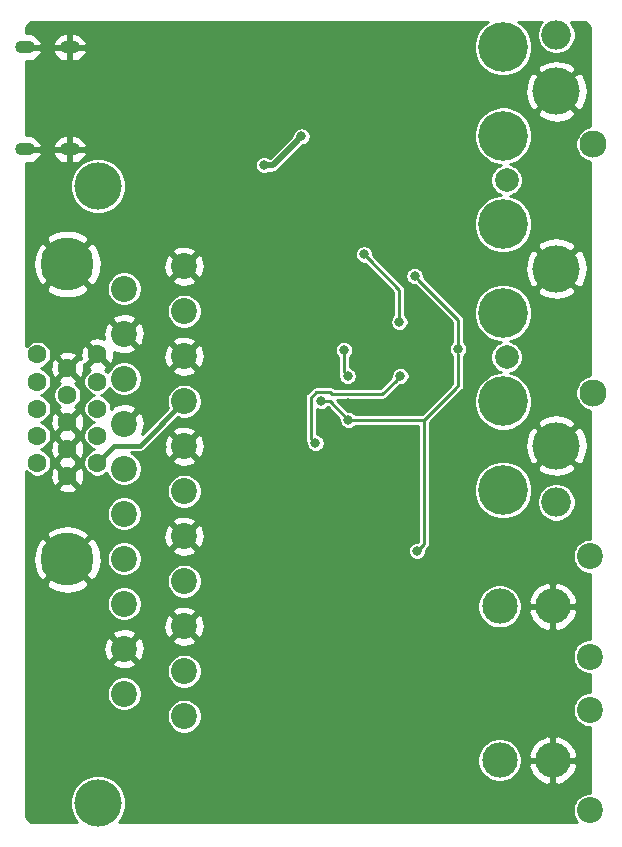
<source format=gbr>
%TF.GenerationSoftware,KiCad,Pcbnew,(5.1.5)-2*%
%TF.CreationDate,2020-03-16T23:46:07+13:00*%
%TF.ProjectId,RGB-to-component,5247422d-746f-42d6-936f-6d706f6e656e,rev?*%
%TF.SameCoordinates,Original*%
%TF.FileFunction,Copper,L2,Bot*%
%TF.FilePolarity,Positive*%
%FSLAX46Y46*%
G04 Gerber Fmt 4.6, Leading zero omitted, Abs format (unit mm)*
G04 Created by KiCad (PCBNEW (5.1.5)-2) date 2020-03-16 23:46:07*
%MOMM*%
%LPD*%
G04 APERTURE LIST*
%ADD10C,2.200000*%
%ADD11O,3.000000X3.000000*%
%ADD12C,4.200000*%
%ADD13O,2.500000X2.500000*%
%ADD14C,4.000000*%
%ADD15C,2.300000*%
%ADD16C,2.000000*%
%ADD17C,4.500000*%
%ADD18C,1.600000*%
%ADD19O,1.700000X1.100000*%
%ADD20C,0.800000*%
%ADD21C,0.400000*%
%ADD22C,0.500000*%
%ADD23C,0.250000*%
%ADD24C,0.254000*%
G04 APERTURE END LIST*
D10*
X68850000Y-86350000D03*
X68850000Y-94850000D03*
D11*
X65700000Y-90600000D03*
X61200000Y-90600000D03*
D10*
X68850000Y-99370000D03*
X68850000Y-107870000D03*
D11*
X65700000Y-103620000D03*
X61200000Y-103620000D03*
D12*
X61500000Y-65750000D03*
X61500000Y-58250000D03*
D13*
X66000000Y-81800000D03*
X66000000Y-42200000D03*
D14*
X66000000Y-47000000D03*
X66000000Y-62000000D03*
X66000000Y-77000000D03*
D12*
X61500000Y-73250000D03*
X61500000Y-80750000D03*
X61500000Y-43250000D03*
X61500000Y-50750000D03*
D15*
X69144520Y-51466620D03*
X69144520Y-72533380D03*
D16*
X61800000Y-69500000D03*
X61800000Y-54500000D03*
D17*
X24600000Y-61620000D03*
X24600000Y-86620000D03*
D18*
X22060000Y-69280000D03*
X22060000Y-71570000D03*
X22060000Y-73860000D03*
X22060000Y-76150000D03*
X22060000Y-78440000D03*
X24600000Y-77290000D03*
X24600000Y-79580000D03*
X27140000Y-69280000D03*
X27140000Y-71570000D03*
X27140000Y-73860000D03*
X27140000Y-76150000D03*
X27140000Y-78440000D03*
X24600000Y-70420000D03*
X24600000Y-72710000D03*
X24600000Y-75000000D03*
D10*
X34480000Y-99905000D03*
X34480000Y-61805000D03*
X29400000Y-67520000D03*
X34480000Y-65615000D03*
X29400000Y-71330000D03*
X34480000Y-69425000D03*
X29400000Y-75140000D03*
X34480000Y-73235000D03*
X29400000Y-63710000D03*
X34480000Y-77045000D03*
X29400000Y-78950000D03*
X34480000Y-80855000D03*
X29400000Y-82760000D03*
X34480000Y-84665000D03*
X29400000Y-86570000D03*
X34480000Y-88475000D03*
X29400000Y-90380000D03*
X34480000Y-92285000D03*
X29400000Y-94190000D03*
X34480000Y-96095000D03*
X29400000Y-98000000D03*
D14*
X27200000Y-55000000D03*
X27200000Y-107270000D03*
D19*
X24800000Y-43280000D03*
X24800000Y-51920000D03*
X21000000Y-51920000D03*
X21000000Y-43280000D03*
D20*
X44412500Y-50812500D03*
X41253970Y-53246029D03*
X48400000Y-74800000D03*
X57700000Y-68800000D03*
X54200000Y-85900000D03*
X46099994Y-73200000D03*
X54000004Y-62649996D03*
X27800000Y-84700000D03*
X28255027Y-88554594D03*
X32500000Y-89900000D03*
X33100000Y-87100000D03*
X51400000Y-87600000D03*
X46500000Y-74400000D03*
X49100000Y-85300000D03*
X56700000Y-79600000D03*
X58000000Y-73800000D03*
X51700000Y-75900000D03*
X52400000Y-68100000D03*
X50700000Y-65100000D03*
X54100000Y-65300000D03*
X56700000Y-63500000D03*
X52300000Y-62100000D03*
X55400000Y-60400000D03*
X59500000Y-68900000D03*
X48400000Y-73400000D03*
X44700000Y-72400000D03*
X47300000Y-67800000D03*
X47900000Y-80700000D03*
X41000000Y-90000000D03*
X55900000Y-85700000D03*
X59100000Y-71100000D03*
X59100000Y-60800000D03*
X43200000Y-57300000D03*
X41500000Y-61600000D03*
X44800000Y-65800000D03*
X46200000Y-61700000D03*
X41900000Y-68900000D03*
X39600000Y-73100000D03*
X39200000Y-79800000D03*
X36400000Y-86600000D03*
X36400000Y-79400000D03*
X41000000Y-82400000D03*
X41400000Y-85700000D03*
X40800000Y-78400000D03*
X31600000Y-103000000D03*
X36300000Y-102100000D03*
X36400000Y-104900000D03*
X43600000Y-101900000D03*
X43500000Y-104600000D03*
X55300000Y-105000000D03*
X52600000Y-102300000D03*
X56300000Y-100200000D03*
X60300000Y-100900000D03*
X60000000Y-95000000D03*
X63600000Y-94800000D03*
X59600000Y-107300000D03*
X54600000Y-107200000D03*
X44600000Y-108500000D03*
X36700000Y-107700000D03*
X29900000Y-105900000D03*
X25700000Y-101200000D03*
X28700000Y-100400000D03*
X25500000Y-93800000D03*
X32200000Y-98400000D03*
X32000000Y-80700000D03*
X30900000Y-84600000D03*
X32600000Y-77100000D03*
X33200000Y-82800000D03*
X27800000Y-79900000D03*
X28700000Y-73100000D03*
X24300000Y-57500000D03*
X22800000Y-54600000D03*
X26500000Y-50900000D03*
X29300000Y-51900000D03*
X32400000Y-48500000D03*
X36500000Y-52400000D03*
X37800000Y-58000000D03*
X32200000Y-57800000D03*
X41800000Y-54600000D03*
X42200000Y-49700000D03*
X38000000Y-47500000D03*
X37800000Y-45400000D03*
X49000000Y-44000000D03*
X53300000Y-43900000D03*
X55600000Y-76300000D03*
X43200000Y-79800000D03*
X42700000Y-74900000D03*
X41900000Y-72700000D03*
X46400000Y-76100000D03*
X54800000Y-73400000D03*
X53900000Y-76800000D03*
X53900000Y-88400000D03*
X50900000Y-91800000D03*
X55400000Y-54100000D03*
X56800000Y-58900000D03*
X59800000Y-54400000D03*
X57800000Y-51000000D03*
X28100000Y-42200000D03*
X29800000Y-44400000D03*
X36400000Y-42100000D03*
X36200000Y-44200000D03*
X47100000Y-58300000D03*
X47300000Y-55700000D03*
X47800000Y-50800000D03*
X48200000Y-48500000D03*
X54800000Y-51000000D03*
X52600000Y-53500000D03*
X52800000Y-60100000D03*
X47300000Y-90700000D03*
X48600000Y-86900000D03*
X49600000Y-62100000D03*
X52706058Y-66506058D03*
X49700000Y-60800000D03*
X52791422Y-71084394D03*
X45600000Y-76800000D03*
X48000000Y-68900000D03*
X48325000Y-71100000D03*
D21*
X30715000Y-77000000D02*
X34480000Y-73235000D01*
X27140000Y-78440000D02*
X28580000Y-77000000D01*
X28580000Y-77000000D02*
X30715000Y-77000000D01*
D22*
X41978971Y-53246029D02*
X44012501Y-51212499D01*
X44012501Y-51212499D02*
X44412500Y-50812500D01*
X41253970Y-53246029D02*
X41978971Y-53246029D01*
D23*
X48400000Y-74800000D02*
X54800000Y-74800000D01*
X54800000Y-74800000D02*
X57400000Y-72200000D01*
X54800000Y-74800000D02*
X54800000Y-85300000D01*
X54800000Y-85300000D02*
X54200000Y-85900000D01*
X57400000Y-72200000D02*
X57700000Y-71900000D01*
X57700000Y-71900000D02*
X57700000Y-69200000D01*
X48400000Y-74800000D02*
X46800000Y-73200000D01*
X46800000Y-73200000D02*
X46665679Y-73200000D01*
X46665679Y-73200000D02*
X46099994Y-73200000D01*
X57700000Y-66349992D02*
X54400003Y-63049995D01*
X57700000Y-68800000D02*
X57700000Y-66349992D01*
X54400003Y-63049995D02*
X54000004Y-62649996D01*
X48600000Y-85800000D02*
X49100000Y-85300000D01*
X48600000Y-86900000D02*
X48600000Y-85800000D01*
X52706058Y-66506058D02*
X52706058Y-63806058D01*
X52706058Y-63806058D02*
X50099999Y-61199999D01*
X50099999Y-61199999D02*
X49700000Y-60800000D01*
X51275816Y-72600000D02*
X52391423Y-71484393D01*
X52391423Y-71484393D02*
X52791422Y-71084394D01*
X47000000Y-72600000D02*
X51275816Y-72600000D01*
X45651999Y-72474999D02*
X45200001Y-72926997D01*
X45200001Y-76400001D02*
X45600000Y-76800000D01*
X45200001Y-72926997D02*
X45200001Y-76400001D01*
X47000000Y-72600000D02*
X46874999Y-72474999D01*
X46874999Y-72474999D02*
X45651999Y-72474999D01*
X48000000Y-68900000D02*
X48000000Y-70775000D01*
X48000000Y-70775000D02*
X48325000Y-71100000D01*
D24*
G36*
X59921005Y-41325989D02*
G01*
X59575989Y-41671005D01*
X59304911Y-42076701D01*
X59118190Y-42527486D01*
X59023000Y-43006037D01*
X59023000Y-43493963D01*
X59118190Y-43972514D01*
X59304911Y-44423299D01*
X59575989Y-44828995D01*
X59921005Y-45174011D01*
X60326701Y-45445089D01*
X60777486Y-45631810D01*
X61256037Y-45727000D01*
X61743963Y-45727000D01*
X62222514Y-45631810D01*
X62673299Y-45445089D01*
X63078995Y-45174011D01*
X63100505Y-45152501D01*
X64332106Y-45152501D01*
X66000000Y-46820395D01*
X67667894Y-45152501D01*
X67451772Y-44785742D01*
X66991895Y-44545062D01*
X66493902Y-44398725D01*
X65976929Y-44352352D01*
X65460841Y-44407727D01*
X64965474Y-44562721D01*
X64548228Y-44785742D01*
X64332106Y-45152501D01*
X63100505Y-45152501D01*
X63424011Y-44828995D01*
X63695089Y-44423299D01*
X63881810Y-43972514D01*
X63977000Y-43493963D01*
X63977000Y-43006037D01*
X63881810Y-42527486D01*
X63695089Y-42076701D01*
X63424011Y-41671005D01*
X63078995Y-41325989D01*
X62781188Y-41127000D01*
X64772075Y-41127000D01*
X64736227Y-41162848D01*
X64558172Y-41429327D01*
X64435525Y-41725422D01*
X64373000Y-42039755D01*
X64373000Y-42360245D01*
X64435525Y-42674578D01*
X64558172Y-42970673D01*
X64736227Y-43237152D01*
X64962848Y-43463773D01*
X65229327Y-43641828D01*
X65525422Y-43764475D01*
X65839755Y-43827000D01*
X66160245Y-43827000D01*
X66474578Y-43764475D01*
X66770673Y-43641828D01*
X67037152Y-43463773D01*
X67263773Y-43237152D01*
X67441828Y-42970673D01*
X67564475Y-42674578D01*
X67627000Y-42360245D01*
X67627000Y-42039755D01*
X67564475Y-41725422D01*
X67441828Y-41429327D01*
X67263773Y-41162848D01*
X67227925Y-41127000D01*
X68447394Y-41127000D01*
X68873000Y-41552606D01*
X68873000Y-49963713D01*
X68699110Y-49998301D01*
X68421214Y-50113410D01*
X68171114Y-50280521D01*
X67958421Y-50493214D01*
X67791310Y-50743314D01*
X67676201Y-51021210D01*
X67617520Y-51316224D01*
X67617520Y-51617016D01*
X67676201Y-51912030D01*
X67791310Y-52189926D01*
X67958421Y-52440026D01*
X68171114Y-52652719D01*
X68421214Y-52819830D01*
X68699110Y-52934939D01*
X68873000Y-52969527D01*
X68873000Y-71030473D01*
X68699110Y-71065061D01*
X68421214Y-71180170D01*
X68171114Y-71347281D01*
X67958421Y-71559974D01*
X67791310Y-71810074D01*
X67676201Y-72087970D01*
X67617520Y-72382984D01*
X67617520Y-72683776D01*
X67676201Y-72978790D01*
X67791310Y-73256686D01*
X67958421Y-73506786D01*
X68171114Y-73719479D01*
X68421214Y-73886590D01*
X68699110Y-74001699D01*
X68873000Y-74036287D01*
X68873000Y-84873000D01*
X68704528Y-84873000D01*
X68419175Y-84929760D01*
X68150378Y-85041099D01*
X67908467Y-85202739D01*
X67702739Y-85408467D01*
X67541099Y-85650378D01*
X67429760Y-85919175D01*
X67373000Y-86204528D01*
X67373000Y-86495472D01*
X67429760Y-86780825D01*
X67541099Y-87049622D01*
X67702739Y-87291533D01*
X67908467Y-87497261D01*
X68150378Y-87658901D01*
X68419175Y-87770240D01*
X68704528Y-87827000D01*
X68873000Y-87827000D01*
X68873000Y-93373000D01*
X68704528Y-93373000D01*
X68419175Y-93429760D01*
X68150378Y-93541099D01*
X67908467Y-93702739D01*
X67702739Y-93908467D01*
X67541099Y-94150378D01*
X67429760Y-94419175D01*
X67373000Y-94704528D01*
X67373000Y-94995472D01*
X67429760Y-95280825D01*
X67541099Y-95549622D01*
X67702739Y-95791533D01*
X67908467Y-95997261D01*
X68150378Y-96158901D01*
X68419175Y-96270240D01*
X68704528Y-96327000D01*
X68873000Y-96327000D01*
X68873000Y-97893000D01*
X68704528Y-97893000D01*
X68419175Y-97949760D01*
X68150378Y-98061099D01*
X67908467Y-98222739D01*
X67702739Y-98428467D01*
X67541099Y-98670378D01*
X67429760Y-98939175D01*
X67373000Y-99224528D01*
X67373000Y-99515472D01*
X67429760Y-99800825D01*
X67541099Y-100069622D01*
X67702739Y-100311533D01*
X67908467Y-100517261D01*
X68150378Y-100678901D01*
X68419175Y-100790240D01*
X68704528Y-100847000D01*
X68873000Y-100847000D01*
X68873000Y-106393000D01*
X68704528Y-106393000D01*
X68419175Y-106449760D01*
X68150378Y-106561099D01*
X67908467Y-106722739D01*
X67702739Y-106928467D01*
X67541099Y-107170378D01*
X67429760Y-107439175D01*
X67373000Y-107724528D01*
X67373000Y-108015472D01*
X67429760Y-108300825D01*
X67541099Y-108569622D01*
X67702739Y-108811533D01*
X67764206Y-108873000D01*
X28958585Y-108873000D01*
X29046336Y-108785249D01*
X29306470Y-108395932D01*
X29485653Y-107963345D01*
X29577000Y-107504114D01*
X29577000Y-107035886D01*
X29485653Y-106576655D01*
X29306470Y-106144068D01*
X29046336Y-105754751D01*
X28715249Y-105423664D01*
X28325932Y-105163530D01*
X27893345Y-104984347D01*
X27434114Y-104893000D01*
X26965886Y-104893000D01*
X26506655Y-104984347D01*
X26074068Y-105163530D01*
X25684751Y-105423664D01*
X25353664Y-105754751D01*
X25093530Y-106144068D01*
X24914347Y-106576655D01*
X24823000Y-107035886D01*
X24823000Y-107504114D01*
X24914347Y-107963345D01*
X25093530Y-108395932D01*
X25353664Y-108785249D01*
X25441415Y-108873000D01*
X21552606Y-108873000D01*
X21127000Y-108447394D01*
X21127000Y-103435132D01*
X59323000Y-103435132D01*
X59323000Y-103804868D01*
X59395132Y-104167501D01*
X59536624Y-104509093D01*
X59742039Y-104816518D01*
X60003482Y-105077961D01*
X60310907Y-105283376D01*
X60652499Y-105424868D01*
X61015132Y-105497000D01*
X61384868Y-105497000D01*
X61747501Y-105424868D01*
X62089093Y-105283376D01*
X62396518Y-105077961D01*
X62657961Y-104816518D01*
X62863376Y-104509093D01*
X63004868Y-104167501D01*
X63022505Y-104078833D01*
X63614883Y-104078833D01*
X63744462Y-104476803D01*
X63949191Y-104841846D01*
X64221203Y-105159934D01*
X64550044Y-105418844D01*
X64923077Y-105608625D01*
X65241167Y-105705113D01*
X65573000Y-105592165D01*
X65573000Y-103747000D01*
X65827000Y-103747000D01*
X65827000Y-105592165D01*
X66158833Y-105705113D01*
X66476923Y-105608625D01*
X66849956Y-105418844D01*
X67178797Y-105159934D01*
X67450809Y-104841846D01*
X67655538Y-104476803D01*
X67785117Y-104078833D01*
X67672473Y-103747000D01*
X65827000Y-103747000D01*
X65573000Y-103747000D01*
X63727527Y-103747000D01*
X63614883Y-104078833D01*
X63022505Y-104078833D01*
X63077000Y-103804868D01*
X63077000Y-103435132D01*
X63022506Y-103161167D01*
X63614883Y-103161167D01*
X63727527Y-103493000D01*
X65573000Y-103493000D01*
X65573000Y-101647835D01*
X65827000Y-101647835D01*
X65827000Y-103493000D01*
X67672473Y-103493000D01*
X67785117Y-103161167D01*
X67655538Y-102763197D01*
X67450809Y-102398154D01*
X67178797Y-102080066D01*
X66849956Y-101821156D01*
X66476923Y-101631375D01*
X66158833Y-101534887D01*
X65827000Y-101647835D01*
X65573000Y-101647835D01*
X65241167Y-101534887D01*
X64923077Y-101631375D01*
X64550044Y-101821156D01*
X64221203Y-102080066D01*
X63949191Y-102398154D01*
X63744462Y-102763197D01*
X63614883Y-103161167D01*
X63022506Y-103161167D01*
X63004868Y-103072499D01*
X62863376Y-102730907D01*
X62657961Y-102423482D01*
X62396518Y-102162039D01*
X62089093Y-101956624D01*
X61747501Y-101815132D01*
X61384868Y-101743000D01*
X61015132Y-101743000D01*
X60652499Y-101815132D01*
X60310907Y-101956624D01*
X60003482Y-102162039D01*
X59742039Y-102423482D01*
X59536624Y-102730907D01*
X59395132Y-103072499D01*
X59323000Y-103435132D01*
X21127000Y-103435132D01*
X21127000Y-99759528D01*
X33003000Y-99759528D01*
X33003000Y-100050472D01*
X33059760Y-100335825D01*
X33171099Y-100604622D01*
X33332739Y-100846533D01*
X33538467Y-101052261D01*
X33780378Y-101213901D01*
X34049175Y-101325240D01*
X34334528Y-101382000D01*
X34625472Y-101382000D01*
X34910825Y-101325240D01*
X35179622Y-101213901D01*
X35421533Y-101052261D01*
X35627261Y-100846533D01*
X35788901Y-100604622D01*
X35900240Y-100335825D01*
X35957000Y-100050472D01*
X35957000Y-99759528D01*
X35900240Y-99474175D01*
X35788901Y-99205378D01*
X35627261Y-98963467D01*
X35421533Y-98757739D01*
X35179622Y-98596099D01*
X34910825Y-98484760D01*
X34625472Y-98428000D01*
X34334528Y-98428000D01*
X34049175Y-98484760D01*
X33780378Y-98596099D01*
X33538467Y-98757739D01*
X33332739Y-98963467D01*
X33171099Y-99205378D01*
X33059760Y-99474175D01*
X33003000Y-99759528D01*
X21127000Y-99759528D01*
X21127000Y-97854528D01*
X27923000Y-97854528D01*
X27923000Y-98145472D01*
X27979760Y-98430825D01*
X28091099Y-98699622D01*
X28252739Y-98941533D01*
X28458467Y-99147261D01*
X28700378Y-99308901D01*
X28969175Y-99420240D01*
X29254528Y-99477000D01*
X29545472Y-99477000D01*
X29830825Y-99420240D01*
X30099622Y-99308901D01*
X30341533Y-99147261D01*
X30547261Y-98941533D01*
X30708901Y-98699622D01*
X30820240Y-98430825D01*
X30877000Y-98145472D01*
X30877000Y-97854528D01*
X30820240Y-97569175D01*
X30708901Y-97300378D01*
X30547261Y-97058467D01*
X30341533Y-96852739D01*
X30099622Y-96691099D01*
X29830825Y-96579760D01*
X29545472Y-96523000D01*
X29254528Y-96523000D01*
X28969175Y-96579760D01*
X28700378Y-96691099D01*
X28458467Y-96852739D01*
X28252739Y-97058467D01*
X28091099Y-97300378D01*
X27979760Y-97569175D01*
X27923000Y-97854528D01*
X21127000Y-97854528D01*
X21127000Y-95949528D01*
X33003000Y-95949528D01*
X33003000Y-96240472D01*
X33059760Y-96525825D01*
X33171099Y-96794622D01*
X33332739Y-97036533D01*
X33538467Y-97242261D01*
X33780378Y-97403901D01*
X34049175Y-97515240D01*
X34334528Y-97572000D01*
X34625472Y-97572000D01*
X34910825Y-97515240D01*
X35179622Y-97403901D01*
X35421533Y-97242261D01*
X35627261Y-97036533D01*
X35788901Y-96794622D01*
X35900240Y-96525825D01*
X35957000Y-96240472D01*
X35957000Y-95949528D01*
X35900240Y-95664175D01*
X35788901Y-95395378D01*
X35627261Y-95153467D01*
X35421533Y-94947739D01*
X35179622Y-94786099D01*
X34910825Y-94674760D01*
X34625472Y-94618000D01*
X34334528Y-94618000D01*
X34049175Y-94674760D01*
X33780378Y-94786099D01*
X33538467Y-94947739D01*
X33332739Y-95153467D01*
X33171099Y-95395378D01*
X33059760Y-95664175D01*
X33003000Y-95949528D01*
X21127000Y-95949528D01*
X21127000Y-95396712D01*
X28372893Y-95396712D01*
X28480726Y-95671338D01*
X28787384Y-95822216D01*
X29117585Y-95910369D01*
X29458639Y-95932409D01*
X29797439Y-95887489D01*
X30120966Y-95777336D01*
X30319274Y-95671338D01*
X30427107Y-95396712D01*
X29400000Y-94369605D01*
X28372893Y-95396712D01*
X21127000Y-95396712D01*
X21127000Y-94248639D01*
X27657591Y-94248639D01*
X27702511Y-94587439D01*
X27812664Y-94910966D01*
X27918662Y-95109274D01*
X28193288Y-95217107D01*
X29220395Y-94190000D01*
X29579605Y-94190000D01*
X30606712Y-95217107D01*
X30881338Y-95109274D01*
X31032216Y-94802616D01*
X31120369Y-94472415D01*
X31142409Y-94131361D01*
X31097489Y-93792561D01*
X30995058Y-93491712D01*
X33452893Y-93491712D01*
X33560726Y-93766338D01*
X33867384Y-93917216D01*
X34197585Y-94005369D01*
X34538639Y-94027409D01*
X34877439Y-93982489D01*
X35200966Y-93872336D01*
X35399274Y-93766338D01*
X35507107Y-93491712D01*
X34480000Y-92464605D01*
X33452893Y-93491712D01*
X30995058Y-93491712D01*
X30987336Y-93469034D01*
X30881338Y-93270726D01*
X30606712Y-93162893D01*
X29579605Y-94190000D01*
X29220395Y-94190000D01*
X28193288Y-93162893D01*
X27918662Y-93270726D01*
X27767784Y-93577384D01*
X27679631Y-93907585D01*
X27657591Y-94248639D01*
X21127000Y-94248639D01*
X21127000Y-92983288D01*
X28372893Y-92983288D01*
X29400000Y-94010395D01*
X30427107Y-92983288D01*
X30319274Y-92708662D01*
X30012616Y-92557784D01*
X29682415Y-92469631D01*
X29341361Y-92447591D01*
X29002561Y-92492511D01*
X28679034Y-92602664D01*
X28480726Y-92708662D01*
X28372893Y-92983288D01*
X21127000Y-92983288D01*
X21127000Y-92343639D01*
X32737591Y-92343639D01*
X32782511Y-92682439D01*
X32892664Y-93005966D01*
X32998662Y-93204274D01*
X33273288Y-93312107D01*
X34300395Y-92285000D01*
X34659605Y-92285000D01*
X35686712Y-93312107D01*
X35961338Y-93204274D01*
X36112216Y-92897616D01*
X36200369Y-92567415D01*
X36222409Y-92226361D01*
X36177489Y-91887561D01*
X36067336Y-91564034D01*
X35961338Y-91365726D01*
X35686712Y-91257893D01*
X34659605Y-92285000D01*
X34300395Y-92285000D01*
X33273288Y-91257893D01*
X32998662Y-91365726D01*
X32847784Y-91672384D01*
X32759631Y-92002585D01*
X32737591Y-92343639D01*
X21127000Y-92343639D01*
X21127000Y-90234528D01*
X27923000Y-90234528D01*
X27923000Y-90525472D01*
X27979760Y-90810825D01*
X28091099Y-91079622D01*
X28252739Y-91321533D01*
X28458467Y-91527261D01*
X28700378Y-91688901D01*
X28969175Y-91800240D01*
X29254528Y-91857000D01*
X29545472Y-91857000D01*
X29830825Y-91800240D01*
X30099622Y-91688901D01*
X30341533Y-91527261D01*
X30547261Y-91321533D01*
X30708901Y-91079622D01*
X30709453Y-91078288D01*
X33452893Y-91078288D01*
X34480000Y-92105395D01*
X35507107Y-91078288D01*
X35399274Y-90803662D01*
X35092616Y-90652784D01*
X34762415Y-90564631D01*
X34421361Y-90542591D01*
X34082561Y-90587511D01*
X33759034Y-90697664D01*
X33560726Y-90803662D01*
X33452893Y-91078288D01*
X30709453Y-91078288D01*
X30820240Y-90810825D01*
X30877000Y-90525472D01*
X30877000Y-90415132D01*
X59323000Y-90415132D01*
X59323000Y-90784868D01*
X59395132Y-91147501D01*
X59536624Y-91489093D01*
X59742039Y-91796518D01*
X60003482Y-92057961D01*
X60310907Y-92263376D01*
X60652499Y-92404868D01*
X61015132Y-92477000D01*
X61384868Y-92477000D01*
X61747501Y-92404868D01*
X62089093Y-92263376D01*
X62396518Y-92057961D01*
X62657961Y-91796518D01*
X62863376Y-91489093D01*
X63004868Y-91147501D01*
X63022505Y-91058833D01*
X63614883Y-91058833D01*
X63744462Y-91456803D01*
X63949191Y-91821846D01*
X64221203Y-92139934D01*
X64550044Y-92398844D01*
X64923077Y-92588625D01*
X65241167Y-92685113D01*
X65573000Y-92572165D01*
X65573000Y-90727000D01*
X65827000Y-90727000D01*
X65827000Y-92572165D01*
X66158833Y-92685113D01*
X66476923Y-92588625D01*
X66849956Y-92398844D01*
X67178797Y-92139934D01*
X67450809Y-91821846D01*
X67655538Y-91456803D01*
X67785117Y-91058833D01*
X67672473Y-90727000D01*
X65827000Y-90727000D01*
X65573000Y-90727000D01*
X63727527Y-90727000D01*
X63614883Y-91058833D01*
X63022505Y-91058833D01*
X63077000Y-90784868D01*
X63077000Y-90415132D01*
X63022506Y-90141167D01*
X63614883Y-90141167D01*
X63727527Y-90473000D01*
X65573000Y-90473000D01*
X65573000Y-88627835D01*
X65827000Y-88627835D01*
X65827000Y-90473000D01*
X67672473Y-90473000D01*
X67785117Y-90141167D01*
X67655538Y-89743197D01*
X67450809Y-89378154D01*
X67178797Y-89060066D01*
X66849956Y-88801156D01*
X66476923Y-88611375D01*
X66158833Y-88514887D01*
X65827000Y-88627835D01*
X65573000Y-88627835D01*
X65241167Y-88514887D01*
X64923077Y-88611375D01*
X64550044Y-88801156D01*
X64221203Y-89060066D01*
X63949191Y-89378154D01*
X63744462Y-89743197D01*
X63614883Y-90141167D01*
X63022506Y-90141167D01*
X63004868Y-90052499D01*
X62863376Y-89710907D01*
X62657961Y-89403482D01*
X62396518Y-89142039D01*
X62089093Y-88936624D01*
X61747501Y-88795132D01*
X61384868Y-88723000D01*
X61015132Y-88723000D01*
X60652499Y-88795132D01*
X60310907Y-88936624D01*
X60003482Y-89142039D01*
X59742039Y-89403482D01*
X59536624Y-89710907D01*
X59395132Y-90052499D01*
X59323000Y-90415132D01*
X30877000Y-90415132D01*
X30877000Y-90234528D01*
X30820240Y-89949175D01*
X30708901Y-89680378D01*
X30547261Y-89438467D01*
X30341533Y-89232739D01*
X30099622Y-89071099D01*
X29830825Y-88959760D01*
X29545472Y-88903000D01*
X29254528Y-88903000D01*
X28969175Y-88959760D01*
X28700378Y-89071099D01*
X28458467Y-89232739D01*
X28252739Y-89438467D01*
X28091099Y-89680378D01*
X27979760Y-89949175D01*
X27923000Y-90234528D01*
X21127000Y-90234528D01*
X21127000Y-88645340D01*
X22754265Y-88645340D01*
X23000416Y-89037704D01*
X23502822Y-89303312D01*
X24047393Y-89465801D01*
X24613199Y-89518928D01*
X25178498Y-89460652D01*
X25721566Y-89293210D01*
X26199584Y-89037704D01*
X26445735Y-88645340D01*
X24600000Y-86799605D01*
X22754265Y-88645340D01*
X21127000Y-88645340D01*
X21127000Y-86633199D01*
X21701072Y-86633199D01*
X21759348Y-87198498D01*
X21926790Y-87741566D01*
X22182296Y-88219584D01*
X22574660Y-88465735D01*
X24420395Y-86620000D01*
X24779605Y-86620000D01*
X26625340Y-88465735D01*
X26842453Y-88329528D01*
X33003000Y-88329528D01*
X33003000Y-88620472D01*
X33059760Y-88905825D01*
X33171099Y-89174622D01*
X33332739Y-89416533D01*
X33538467Y-89622261D01*
X33780378Y-89783901D01*
X34049175Y-89895240D01*
X34334528Y-89952000D01*
X34625472Y-89952000D01*
X34910825Y-89895240D01*
X35179622Y-89783901D01*
X35421533Y-89622261D01*
X35627261Y-89416533D01*
X35788901Y-89174622D01*
X35900240Y-88905825D01*
X35957000Y-88620472D01*
X35957000Y-88329528D01*
X35900240Y-88044175D01*
X35788901Y-87775378D01*
X35627261Y-87533467D01*
X35421533Y-87327739D01*
X35179622Y-87166099D01*
X34910825Y-87054760D01*
X34625472Y-86998000D01*
X34334528Y-86998000D01*
X34049175Y-87054760D01*
X33780378Y-87166099D01*
X33538467Y-87327739D01*
X33332739Y-87533467D01*
X33171099Y-87775378D01*
X33059760Y-88044175D01*
X33003000Y-88329528D01*
X26842453Y-88329528D01*
X27017704Y-88219584D01*
X27283312Y-87717178D01*
X27445801Y-87172607D01*
X27498928Y-86606801D01*
X27480138Y-86424528D01*
X27923000Y-86424528D01*
X27923000Y-86715472D01*
X27979760Y-87000825D01*
X28091099Y-87269622D01*
X28252739Y-87511533D01*
X28458467Y-87717261D01*
X28700378Y-87878901D01*
X28969175Y-87990240D01*
X29254528Y-88047000D01*
X29545472Y-88047000D01*
X29830825Y-87990240D01*
X30099622Y-87878901D01*
X30341533Y-87717261D01*
X30547261Y-87511533D01*
X30708901Y-87269622D01*
X30820240Y-87000825D01*
X30877000Y-86715472D01*
X30877000Y-86424528D01*
X30820240Y-86139175D01*
X30709454Y-85871712D01*
X33452893Y-85871712D01*
X33560726Y-86146338D01*
X33867384Y-86297216D01*
X34197585Y-86385369D01*
X34538639Y-86407409D01*
X34877439Y-86362489D01*
X35200966Y-86252336D01*
X35399274Y-86146338D01*
X35507107Y-85871712D01*
X34480000Y-84844605D01*
X33452893Y-85871712D01*
X30709454Y-85871712D01*
X30708901Y-85870378D01*
X30547261Y-85628467D01*
X30341533Y-85422739D01*
X30099622Y-85261099D01*
X29830825Y-85149760D01*
X29545472Y-85093000D01*
X29254528Y-85093000D01*
X28969175Y-85149760D01*
X28700378Y-85261099D01*
X28458467Y-85422739D01*
X28252739Y-85628467D01*
X28091099Y-85870378D01*
X27979760Y-86139175D01*
X27923000Y-86424528D01*
X27480138Y-86424528D01*
X27440652Y-86041502D01*
X27273210Y-85498434D01*
X27017704Y-85020416D01*
X26625340Y-84774265D01*
X24779605Y-86620000D01*
X24420395Y-86620000D01*
X22574660Y-84774265D01*
X22182296Y-85020416D01*
X21916688Y-85522822D01*
X21754199Y-86067393D01*
X21701072Y-86633199D01*
X21127000Y-86633199D01*
X21127000Y-84594660D01*
X22754265Y-84594660D01*
X24600000Y-86440395D01*
X26316756Y-84723639D01*
X32737591Y-84723639D01*
X32782511Y-85062439D01*
X32892664Y-85385966D01*
X32998662Y-85584274D01*
X33273288Y-85692107D01*
X34300395Y-84665000D01*
X34659605Y-84665000D01*
X35686712Y-85692107D01*
X35961338Y-85584274D01*
X36112216Y-85277616D01*
X36200369Y-84947415D01*
X36222409Y-84606361D01*
X36177489Y-84267561D01*
X36067336Y-83944034D01*
X35961338Y-83745726D01*
X35686712Y-83637893D01*
X34659605Y-84665000D01*
X34300395Y-84665000D01*
X33273288Y-83637893D01*
X32998662Y-83745726D01*
X32847784Y-84052384D01*
X32759631Y-84382585D01*
X32737591Y-84723639D01*
X26316756Y-84723639D01*
X26445735Y-84594660D01*
X26199584Y-84202296D01*
X25697178Y-83936688D01*
X25152607Y-83774199D01*
X24586801Y-83721072D01*
X24021502Y-83779348D01*
X23478434Y-83946790D01*
X23000416Y-84202296D01*
X22754265Y-84594660D01*
X21127000Y-84594660D01*
X21127000Y-82614528D01*
X27923000Y-82614528D01*
X27923000Y-82905472D01*
X27979760Y-83190825D01*
X28091099Y-83459622D01*
X28252739Y-83701533D01*
X28458467Y-83907261D01*
X28700378Y-84068901D01*
X28969175Y-84180240D01*
X29254528Y-84237000D01*
X29545472Y-84237000D01*
X29830825Y-84180240D01*
X30099622Y-84068901D01*
X30341533Y-83907261D01*
X30547261Y-83701533D01*
X30708901Y-83459622D01*
X30709453Y-83458288D01*
X33452893Y-83458288D01*
X34480000Y-84485395D01*
X35507107Y-83458288D01*
X35399274Y-83183662D01*
X35092616Y-83032784D01*
X34762415Y-82944631D01*
X34421361Y-82922591D01*
X34082561Y-82967511D01*
X33759034Y-83077664D01*
X33560726Y-83183662D01*
X33452893Y-83458288D01*
X30709453Y-83458288D01*
X30820240Y-83190825D01*
X30877000Y-82905472D01*
X30877000Y-82614528D01*
X30820240Y-82329175D01*
X30708901Y-82060378D01*
X30547261Y-81818467D01*
X30341533Y-81612739D01*
X30099622Y-81451099D01*
X29830825Y-81339760D01*
X29545472Y-81283000D01*
X29254528Y-81283000D01*
X28969175Y-81339760D01*
X28700378Y-81451099D01*
X28458467Y-81612739D01*
X28252739Y-81818467D01*
X28091099Y-82060378D01*
X27979760Y-82329175D01*
X27923000Y-82614528D01*
X21127000Y-82614528D01*
X21127000Y-80572702D01*
X23786903Y-80572702D01*
X23858486Y-80816671D01*
X24113996Y-80937571D01*
X24388184Y-81006300D01*
X24670512Y-81020217D01*
X24950130Y-80978787D01*
X25216292Y-80883603D01*
X25341514Y-80816671D01*
X25372950Y-80709528D01*
X33003000Y-80709528D01*
X33003000Y-81000472D01*
X33059760Y-81285825D01*
X33171099Y-81554622D01*
X33332739Y-81796533D01*
X33538467Y-82002261D01*
X33780378Y-82163901D01*
X34049175Y-82275240D01*
X34334528Y-82332000D01*
X34625472Y-82332000D01*
X34910825Y-82275240D01*
X35179622Y-82163901D01*
X35421533Y-82002261D01*
X35627261Y-81796533D01*
X35788901Y-81554622D01*
X35900240Y-81285825D01*
X35957000Y-81000472D01*
X35957000Y-80709528D01*
X35900240Y-80424175D01*
X35788901Y-80155378D01*
X35627261Y-79913467D01*
X35421533Y-79707739D01*
X35179622Y-79546099D01*
X34910825Y-79434760D01*
X34625472Y-79378000D01*
X34334528Y-79378000D01*
X34049175Y-79434760D01*
X33780378Y-79546099D01*
X33538467Y-79707739D01*
X33332739Y-79913467D01*
X33171099Y-80155378D01*
X33059760Y-80424175D01*
X33003000Y-80709528D01*
X25372950Y-80709528D01*
X25413097Y-80572702D01*
X24600000Y-79759605D01*
X23786903Y-80572702D01*
X21127000Y-80572702D01*
X21127000Y-79650512D01*
X23159783Y-79650512D01*
X23201213Y-79930130D01*
X23296397Y-80196292D01*
X23363329Y-80321514D01*
X23607298Y-80393097D01*
X24420395Y-79580000D01*
X24779605Y-79580000D01*
X25592702Y-80393097D01*
X25836671Y-80321514D01*
X25957571Y-80066004D01*
X26026300Y-79791816D01*
X26040217Y-79509488D01*
X25998787Y-79229870D01*
X25903603Y-78963708D01*
X25836671Y-78838486D01*
X25592702Y-78766903D01*
X24779605Y-79580000D01*
X24420395Y-79580000D01*
X23607298Y-78766903D01*
X23363329Y-78838486D01*
X23242429Y-79093996D01*
X23173700Y-79368184D01*
X23159783Y-79650512D01*
X21127000Y-79650512D01*
X21127000Y-79162212D01*
X21145764Y-79190294D01*
X21309706Y-79354236D01*
X21502481Y-79483044D01*
X21716682Y-79571769D01*
X21944076Y-79617000D01*
X22175924Y-79617000D01*
X22403318Y-79571769D01*
X22617519Y-79483044D01*
X22810294Y-79354236D01*
X22974236Y-79190294D01*
X23103044Y-78997519D01*
X23191769Y-78783318D01*
X23237000Y-78555924D01*
X23237000Y-78324076D01*
X23228771Y-78282702D01*
X23786903Y-78282702D01*
X23831589Y-78435000D01*
X23786903Y-78587298D01*
X24600000Y-79400395D01*
X25413097Y-78587298D01*
X25368411Y-78435000D01*
X25413097Y-78282702D01*
X24600000Y-77469605D01*
X23786903Y-78282702D01*
X23228771Y-78282702D01*
X23191769Y-78096682D01*
X23103044Y-77882481D01*
X22974236Y-77689706D01*
X22810294Y-77525764D01*
X22617519Y-77396956D01*
X22529536Y-77360512D01*
X23159783Y-77360512D01*
X23201213Y-77640130D01*
X23296397Y-77906292D01*
X23363329Y-78031514D01*
X23607298Y-78103097D01*
X24420395Y-77290000D01*
X24779605Y-77290000D01*
X25592702Y-78103097D01*
X25836671Y-78031514D01*
X25957571Y-77776004D01*
X26026300Y-77501816D01*
X26040217Y-77219488D01*
X25998787Y-76939870D01*
X25903603Y-76673708D01*
X25836671Y-76548486D01*
X25592702Y-76476903D01*
X24779605Y-77290000D01*
X24420395Y-77290000D01*
X23607298Y-76476903D01*
X23363329Y-76548486D01*
X23242429Y-76803996D01*
X23173700Y-77078184D01*
X23159783Y-77360512D01*
X22529536Y-77360512D01*
X22403318Y-77308231D01*
X22336801Y-77295000D01*
X22403318Y-77281769D01*
X22617519Y-77193044D01*
X22810294Y-77064236D01*
X22974236Y-76900294D01*
X23103044Y-76707519D01*
X23191769Y-76493318D01*
X23237000Y-76265924D01*
X23237000Y-76034076D01*
X23228771Y-75992702D01*
X23786903Y-75992702D01*
X23831589Y-76145000D01*
X23786903Y-76297298D01*
X24600000Y-77110395D01*
X25413097Y-76297298D01*
X25368411Y-76145000D01*
X25413097Y-75992702D01*
X24600000Y-75179605D01*
X23786903Y-75992702D01*
X23228771Y-75992702D01*
X23191769Y-75806682D01*
X23103044Y-75592481D01*
X22974236Y-75399706D01*
X22810294Y-75235764D01*
X22617519Y-75106956D01*
X22529536Y-75070512D01*
X23159783Y-75070512D01*
X23201213Y-75350130D01*
X23296397Y-75616292D01*
X23363329Y-75741514D01*
X23607298Y-75813097D01*
X24420395Y-75000000D01*
X24779605Y-75000000D01*
X25592702Y-75813097D01*
X25836671Y-75741514D01*
X25957571Y-75486004D01*
X26026300Y-75211816D01*
X26040217Y-74929488D01*
X25998787Y-74649870D01*
X25903603Y-74383708D01*
X25836671Y-74258486D01*
X25592702Y-74186903D01*
X24779605Y-75000000D01*
X24420395Y-75000000D01*
X23607298Y-74186903D01*
X23363329Y-74258486D01*
X23242429Y-74513996D01*
X23173700Y-74788184D01*
X23159783Y-75070512D01*
X22529536Y-75070512D01*
X22403318Y-75018231D01*
X22336801Y-75005000D01*
X22403318Y-74991769D01*
X22617519Y-74903044D01*
X22810294Y-74774236D01*
X22974236Y-74610294D01*
X23103044Y-74417519D01*
X23191769Y-74203318D01*
X23237000Y-73975924D01*
X23237000Y-73744076D01*
X23191769Y-73516682D01*
X23103044Y-73302481D01*
X22974236Y-73109706D01*
X22810294Y-72945764D01*
X22617519Y-72816956D01*
X22403318Y-72728231D01*
X22336801Y-72715000D01*
X22403318Y-72701769D01*
X22617519Y-72613044D01*
X22645906Y-72594076D01*
X23423000Y-72594076D01*
X23423000Y-72825924D01*
X23468231Y-73053318D01*
X23556956Y-73267519D01*
X23685764Y-73460294D01*
X23849706Y-73624236D01*
X23969260Y-73704119D01*
X23858486Y-73763329D01*
X23786903Y-74007298D01*
X24600000Y-74820395D01*
X25413097Y-74007298D01*
X25341514Y-73763329D01*
X25224787Y-73708097D01*
X25350294Y-73624236D01*
X25514236Y-73460294D01*
X25643044Y-73267519D01*
X25731769Y-73053318D01*
X25777000Y-72825924D01*
X25777000Y-72594076D01*
X25731769Y-72366682D01*
X25643044Y-72152481D01*
X25514236Y-71959706D01*
X25350294Y-71795764D01*
X25230740Y-71715881D01*
X25341514Y-71656671D01*
X25400957Y-71454076D01*
X25963000Y-71454076D01*
X25963000Y-71685924D01*
X26008231Y-71913318D01*
X26096956Y-72127519D01*
X26225764Y-72320294D01*
X26389706Y-72484236D01*
X26582481Y-72613044D01*
X26796682Y-72701769D01*
X26863199Y-72715000D01*
X26796682Y-72728231D01*
X26582481Y-72816956D01*
X26389706Y-72945764D01*
X26225764Y-73109706D01*
X26096956Y-73302481D01*
X26008231Y-73516682D01*
X25963000Y-73744076D01*
X25963000Y-73975924D01*
X26008231Y-74203318D01*
X26096956Y-74417519D01*
X26225764Y-74610294D01*
X26389706Y-74774236D01*
X26582481Y-74903044D01*
X26796682Y-74991769D01*
X26863199Y-75005000D01*
X26796682Y-75018231D01*
X26582481Y-75106956D01*
X26389706Y-75235764D01*
X26225764Y-75399706D01*
X26096956Y-75592481D01*
X26008231Y-75806682D01*
X25963000Y-76034076D01*
X25963000Y-76265924D01*
X26008231Y-76493318D01*
X26096956Y-76707519D01*
X26225764Y-76900294D01*
X26389706Y-77064236D01*
X26582481Y-77193044D01*
X26796682Y-77281769D01*
X26863199Y-77295000D01*
X26796682Y-77308231D01*
X26582481Y-77396956D01*
X26389706Y-77525764D01*
X26225764Y-77689706D01*
X26096956Y-77882481D01*
X26008231Y-78096682D01*
X25963000Y-78324076D01*
X25963000Y-78555924D01*
X26008231Y-78783318D01*
X26096956Y-78997519D01*
X26225764Y-79190294D01*
X26389706Y-79354236D01*
X26582481Y-79483044D01*
X26796682Y-79571769D01*
X27024076Y-79617000D01*
X27255924Y-79617000D01*
X27483318Y-79571769D01*
X27697519Y-79483044D01*
X27890294Y-79354236D01*
X27960505Y-79284025D01*
X27979760Y-79380825D01*
X28091099Y-79649622D01*
X28252739Y-79891533D01*
X28458467Y-80097261D01*
X28700378Y-80258901D01*
X28969175Y-80370240D01*
X29254528Y-80427000D01*
X29545472Y-80427000D01*
X29830825Y-80370240D01*
X30099622Y-80258901D01*
X30341533Y-80097261D01*
X30547261Y-79891533D01*
X30708901Y-79649622D01*
X30820240Y-79380825D01*
X30877000Y-79095472D01*
X30877000Y-78804528D01*
X30820240Y-78519175D01*
X30709454Y-78251712D01*
X33452893Y-78251712D01*
X33560726Y-78526338D01*
X33867384Y-78677216D01*
X34197585Y-78765369D01*
X34538639Y-78787409D01*
X34877439Y-78742489D01*
X35200966Y-78632336D01*
X35399274Y-78526338D01*
X35507107Y-78251712D01*
X34480000Y-77224605D01*
X33452893Y-78251712D01*
X30709454Y-78251712D01*
X30708901Y-78250378D01*
X30547261Y-78008467D01*
X30341533Y-77802739D01*
X30099622Y-77641099D01*
X29944873Y-77577000D01*
X30686669Y-77577000D01*
X30715000Y-77579790D01*
X30743331Y-77577000D01*
X30743336Y-77577000D01*
X30773045Y-77574074D01*
X30828111Y-77568651D01*
X30872770Y-77555103D01*
X30936876Y-77535657D01*
X31037115Y-77482079D01*
X31124974Y-77409974D01*
X31143039Y-77387962D01*
X31427362Y-77103639D01*
X32737591Y-77103639D01*
X32782511Y-77442439D01*
X32892664Y-77765966D01*
X32998662Y-77964274D01*
X33273288Y-78072107D01*
X34300395Y-77045000D01*
X34659605Y-77045000D01*
X35686712Y-78072107D01*
X35961338Y-77964274D01*
X36112216Y-77657616D01*
X36200369Y-77327415D01*
X36222409Y-76986361D01*
X36177489Y-76647561D01*
X36067336Y-76324034D01*
X35961338Y-76125726D01*
X35686712Y-76017893D01*
X34659605Y-77045000D01*
X34300395Y-77045000D01*
X33273288Y-76017893D01*
X32998662Y-76125726D01*
X32847784Y-76432384D01*
X32759631Y-76762585D01*
X32737591Y-77103639D01*
X31427362Y-77103639D01*
X32692713Y-75838288D01*
X33452893Y-75838288D01*
X34480000Y-76865395D01*
X35507107Y-75838288D01*
X35399274Y-75563662D01*
X35092616Y-75412784D01*
X34762415Y-75324631D01*
X34421361Y-75302591D01*
X34082561Y-75347511D01*
X33759034Y-75457664D01*
X33560726Y-75563662D01*
X33452893Y-75838288D01*
X32692713Y-75838288D01*
X33926553Y-74604449D01*
X34049175Y-74655240D01*
X34334528Y-74712000D01*
X34625472Y-74712000D01*
X34910825Y-74655240D01*
X35179622Y-74543901D01*
X35421533Y-74382261D01*
X35627261Y-74176533D01*
X35788901Y-73934622D01*
X35900240Y-73665825D01*
X35957000Y-73380472D01*
X35957000Y-73089528D01*
X35924671Y-72926997D01*
X44695574Y-72926997D01*
X44698001Y-72951640D01*
X44698002Y-76375348D01*
X44695574Y-76400001D01*
X44705266Y-76498410D01*
X44733971Y-76593037D01*
X44780585Y-76680246D01*
X44823000Y-76731928D01*
X44823000Y-76876528D01*
X44852859Y-77026643D01*
X44911431Y-77168048D01*
X44996464Y-77295309D01*
X45104691Y-77403536D01*
X45231952Y-77488569D01*
X45373357Y-77547141D01*
X45523472Y-77577000D01*
X45676528Y-77577000D01*
X45826643Y-77547141D01*
X45968048Y-77488569D01*
X46095309Y-77403536D01*
X46203536Y-77295309D01*
X46288569Y-77168048D01*
X46347141Y-77026643D01*
X46377000Y-76876528D01*
X46377000Y-76723472D01*
X46347141Y-76573357D01*
X46288569Y-76431952D01*
X46203536Y-76304691D01*
X46095309Y-76196464D01*
X45968048Y-76111431D01*
X45826643Y-76052859D01*
X45702001Y-76028067D01*
X45702001Y-73868560D01*
X45731946Y-73888569D01*
X45873351Y-73947141D01*
X46023466Y-73977000D01*
X46176522Y-73977000D01*
X46326637Y-73947141D01*
X46468042Y-73888569D01*
X46595303Y-73803536D01*
X46644452Y-73754387D01*
X47623000Y-74732935D01*
X47623000Y-74876528D01*
X47652859Y-75026643D01*
X47711431Y-75168048D01*
X47796464Y-75295309D01*
X47904691Y-75403536D01*
X48031952Y-75488569D01*
X48173357Y-75547141D01*
X48323472Y-75577000D01*
X48476528Y-75577000D01*
X48626643Y-75547141D01*
X48768048Y-75488569D01*
X48895309Y-75403536D01*
X48996845Y-75302000D01*
X54298000Y-75302000D01*
X54298001Y-85092064D01*
X54267065Y-85123000D01*
X54123472Y-85123000D01*
X53973357Y-85152859D01*
X53831952Y-85211431D01*
X53704691Y-85296464D01*
X53596464Y-85404691D01*
X53511431Y-85531952D01*
X53452859Y-85673357D01*
X53423000Y-85823472D01*
X53423000Y-85976528D01*
X53452859Y-86126643D01*
X53511431Y-86268048D01*
X53596464Y-86395309D01*
X53704691Y-86503536D01*
X53831952Y-86588569D01*
X53973357Y-86647141D01*
X54123472Y-86677000D01*
X54276528Y-86677000D01*
X54426643Y-86647141D01*
X54568048Y-86588569D01*
X54695309Y-86503536D01*
X54803536Y-86395309D01*
X54888569Y-86268048D01*
X54947141Y-86126643D01*
X54977000Y-85976528D01*
X54977000Y-85832935D01*
X55137538Y-85672397D01*
X55156684Y-85656684D01*
X55186992Y-85619755D01*
X55219416Y-85580246D01*
X55219417Y-85580245D01*
X55266031Y-85493036D01*
X55294736Y-85398409D01*
X55302000Y-85324653D01*
X55302000Y-85324644D01*
X55304427Y-85300001D01*
X55302000Y-85275358D01*
X55302000Y-80506037D01*
X59023000Y-80506037D01*
X59023000Y-80993963D01*
X59118190Y-81472514D01*
X59304911Y-81923299D01*
X59575989Y-82328995D01*
X59921005Y-82674011D01*
X60326701Y-82945089D01*
X60777486Y-83131810D01*
X61256037Y-83227000D01*
X61743963Y-83227000D01*
X62222514Y-83131810D01*
X62673299Y-82945089D01*
X63078995Y-82674011D01*
X63424011Y-82328995D01*
X63695089Y-81923299D01*
X63812536Y-81639755D01*
X64373000Y-81639755D01*
X64373000Y-81960245D01*
X64435525Y-82274578D01*
X64558172Y-82570673D01*
X64736227Y-82837152D01*
X64962848Y-83063773D01*
X65229327Y-83241828D01*
X65525422Y-83364475D01*
X65839755Y-83427000D01*
X66160245Y-83427000D01*
X66474578Y-83364475D01*
X66770673Y-83241828D01*
X67037152Y-83063773D01*
X67263773Y-82837152D01*
X67441828Y-82570673D01*
X67564475Y-82274578D01*
X67627000Y-81960245D01*
X67627000Y-81639755D01*
X67564475Y-81325422D01*
X67441828Y-81029327D01*
X67263773Y-80762848D01*
X67037152Y-80536227D01*
X66770673Y-80358172D01*
X66474578Y-80235525D01*
X66160245Y-80173000D01*
X65839755Y-80173000D01*
X65525422Y-80235525D01*
X65229327Y-80358172D01*
X64962848Y-80536227D01*
X64736227Y-80762848D01*
X64558172Y-81029327D01*
X64435525Y-81325422D01*
X64373000Y-81639755D01*
X63812536Y-81639755D01*
X63881810Y-81472514D01*
X63977000Y-80993963D01*
X63977000Y-80506037D01*
X63881810Y-80027486D01*
X63695089Y-79576701D01*
X63424011Y-79171005D01*
X63100505Y-78847499D01*
X64332106Y-78847499D01*
X64548228Y-79214258D01*
X65008105Y-79454938D01*
X65506098Y-79601275D01*
X66023071Y-79647648D01*
X66539159Y-79592273D01*
X67034526Y-79437279D01*
X67451772Y-79214258D01*
X67667894Y-78847499D01*
X66000000Y-77179605D01*
X64332106Y-78847499D01*
X63100505Y-78847499D01*
X63078995Y-78825989D01*
X62673299Y-78554911D01*
X62222514Y-78368190D01*
X61743963Y-78273000D01*
X61256037Y-78273000D01*
X60777486Y-78368190D01*
X60326701Y-78554911D01*
X59921005Y-78825989D01*
X59575989Y-79171005D01*
X59304911Y-79576701D01*
X59118190Y-80027486D01*
X59023000Y-80506037D01*
X55302000Y-80506037D01*
X55302000Y-77023071D01*
X63352352Y-77023071D01*
X63407727Y-77539159D01*
X63562721Y-78034526D01*
X63785742Y-78451772D01*
X64152501Y-78667894D01*
X65820395Y-77000000D01*
X66179605Y-77000000D01*
X67847499Y-78667894D01*
X68214258Y-78451772D01*
X68454938Y-77991895D01*
X68601275Y-77493902D01*
X68647648Y-76976929D01*
X68592273Y-76460841D01*
X68437279Y-75965474D01*
X68214258Y-75548228D01*
X67847499Y-75332106D01*
X66179605Y-77000000D01*
X65820395Y-77000000D01*
X64152501Y-75332106D01*
X63785742Y-75548228D01*
X63545062Y-76008105D01*
X63398725Y-76506098D01*
X63352352Y-77023071D01*
X55302000Y-77023071D01*
X55302000Y-75007934D01*
X57772399Y-72537536D01*
X57772404Y-72537530D01*
X58037532Y-72272402D01*
X58056684Y-72256684D01*
X58119417Y-72180245D01*
X58166031Y-72093036D01*
X58194736Y-71998409D01*
X58202000Y-71924653D01*
X58202000Y-71924644D01*
X58204427Y-71900001D01*
X58202000Y-71875358D01*
X58202000Y-69396845D01*
X58303536Y-69295309D01*
X58388569Y-69168048D01*
X58447141Y-69026643D01*
X58477000Y-68876528D01*
X58477000Y-68723472D01*
X58447141Y-68573357D01*
X58388569Y-68431952D01*
X58303536Y-68304691D01*
X58202000Y-68203155D01*
X58202000Y-66374637D01*
X58204427Y-66349992D01*
X58202000Y-66325346D01*
X58202000Y-66325339D01*
X58194736Y-66251583D01*
X58166031Y-66156956D01*
X58166031Y-66156955D01*
X58119417Y-66069746D01*
X58072400Y-66012457D01*
X58072397Y-66012454D01*
X58056684Y-65993308D01*
X58037538Y-65977595D01*
X57565980Y-65506037D01*
X59023000Y-65506037D01*
X59023000Y-65993963D01*
X59118190Y-66472514D01*
X59304911Y-66923299D01*
X59575989Y-67328995D01*
X59921005Y-67674011D01*
X60326701Y-67945089D01*
X60777486Y-68131810D01*
X61256037Y-68227000D01*
X61275019Y-68227000D01*
X61147746Y-68279718D01*
X60922213Y-68430414D01*
X60730414Y-68622213D01*
X60579718Y-68847746D01*
X60475917Y-69098344D01*
X60423000Y-69364377D01*
X60423000Y-69635623D01*
X60475917Y-69901656D01*
X60579718Y-70152254D01*
X60730414Y-70377787D01*
X60922213Y-70569586D01*
X61147746Y-70720282D01*
X61275019Y-70773000D01*
X61256037Y-70773000D01*
X60777486Y-70868190D01*
X60326701Y-71054911D01*
X59921005Y-71325989D01*
X59575989Y-71671005D01*
X59304911Y-72076701D01*
X59118190Y-72527486D01*
X59023000Y-73006037D01*
X59023000Y-73493963D01*
X59118190Y-73972514D01*
X59304911Y-74423299D01*
X59575989Y-74828995D01*
X59921005Y-75174011D01*
X60326701Y-75445089D01*
X60777486Y-75631810D01*
X61256037Y-75727000D01*
X61743963Y-75727000D01*
X62222514Y-75631810D01*
X62673299Y-75445089D01*
X63078995Y-75174011D01*
X63100505Y-75152501D01*
X64332106Y-75152501D01*
X66000000Y-76820395D01*
X67667894Y-75152501D01*
X67451772Y-74785742D01*
X66991895Y-74545062D01*
X66493902Y-74398725D01*
X65976929Y-74352352D01*
X65460841Y-74407727D01*
X64965474Y-74562721D01*
X64548228Y-74785742D01*
X64332106Y-75152501D01*
X63100505Y-75152501D01*
X63424011Y-74828995D01*
X63695089Y-74423299D01*
X63881810Y-73972514D01*
X63977000Y-73493963D01*
X63977000Y-73006037D01*
X63881810Y-72527486D01*
X63695089Y-72076701D01*
X63424011Y-71671005D01*
X63078995Y-71325989D01*
X62673299Y-71054911D01*
X62222514Y-70868190D01*
X62101215Y-70844062D01*
X62201656Y-70824083D01*
X62452254Y-70720282D01*
X62677787Y-70569586D01*
X62869586Y-70377787D01*
X63020282Y-70152254D01*
X63124083Y-69901656D01*
X63177000Y-69635623D01*
X63177000Y-69364377D01*
X63124083Y-69098344D01*
X63020282Y-68847746D01*
X62869586Y-68622213D01*
X62677787Y-68430414D01*
X62452254Y-68279718D01*
X62201656Y-68175917D01*
X62101215Y-68155938D01*
X62222514Y-68131810D01*
X62673299Y-67945089D01*
X63078995Y-67674011D01*
X63424011Y-67328995D01*
X63695089Y-66923299D01*
X63881810Y-66472514D01*
X63977000Y-65993963D01*
X63977000Y-65506037D01*
X63881810Y-65027486D01*
X63695089Y-64576701D01*
X63424011Y-64171005D01*
X63100505Y-63847499D01*
X64332106Y-63847499D01*
X64548228Y-64214258D01*
X65008105Y-64454938D01*
X65506098Y-64601275D01*
X66023071Y-64647648D01*
X66539159Y-64592273D01*
X67034526Y-64437279D01*
X67451772Y-64214258D01*
X67667894Y-63847499D01*
X66000000Y-62179605D01*
X64332106Y-63847499D01*
X63100505Y-63847499D01*
X63078995Y-63825989D01*
X62673299Y-63554911D01*
X62222514Y-63368190D01*
X61743963Y-63273000D01*
X61256037Y-63273000D01*
X60777486Y-63368190D01*
X60326701Y-63554911D01*
X59921005Y-63825989D01*
X59575989Y-64171005D01*
X59304911Y-64576701D01*
X59118190Y-65027486D01*
X59023000Y-65506037D01*
X57565980Y-65506037D01*
X54777004Y-62717062D01*
X54777004Y-62573468D01*
X54747145Y-62423353D01*
X54688573Y-62281948D01*
X54603540Y-62154687D01*
X54495313Y-62046460D01*
X54460309Y-62023071D01*
X63352352Y-62023071D01*
X63407727Y-62539159D01*
X63562721Y-63034526D01*
X63785742Y-63451772D01*
X64152501Y-63667894D01*
X65820395Y-62000000D01*
X66179605Y-62000000D01*
X67847499Y-63667894D01*
X68214258Y-63451772D01*
X68454938Y-62991895D01*
X68601275Y-62493902D01*
X68647648Y-61976929D01*
X68592273Y-61460841D01*
X68437279Y-60965474D01*
X68214258Y-60548228D01*
X67847499Y-60332106D01*
X66179605Y-62000000D01*
X65820395Y-62000000D01*
X64152501Y-60332106D01*
X63785742Y-60548228D01*
X63545062Y-61008105D01*
X63398725Y-61506098D01*
X63352352Y-62023071D01*
X54460309Y-62023071D01*
X54368052Y-61961427D01*
X54226647Y-61902855D01*
X54076532Y-61872996D01*
X53923476Y-61872996D01*
X53773361Y-61902855D01*
X53631956Y-61961427D01*
X53504695Y-62046460D01*
X53396468Y-62154687D01*
X53311435Y-62281948D01*
X53252863Y-62423353D01*
X53223004Y-62573468D01*
X53223004Y-62726524D01*
X53252863Y-62876639D01*
X53311435Y-63018044D01*
X53396468Y-63145305D01*
X53504695Y-63253532D01*
X53631956Y-63338565D01*
X53773361Y-63397137D01*
X53923476Y-63426996D01*
X54067070Y-63426996D01*
X57198001Y-66557928D01*
X57198000Y-68203155D01*
X57096464Y-68304691D01*
X57011431Y-68431952D01*
X56952859Y-68573357D01*
X56923000Y-68723472D01*
X56923000Y-68876528D01*
X56952859Y-69026643D01*
X57011431Y-69168048D01*
X57096464Y-69295309D01*
X57198001Y-69396846D01*
X57198000Y-71692066D01*
X57062470Y-71827596D01*
X57062464Y-71827601D01*
X54592066Y-74298000D01*
X48996845Y-74298000D01*
X48895309Y-74196464D01*
X48768048Y-74111431D01*
X48626643Y-74052859D01*
X48476528Y-74023000D01*
X48332935Y-74023000D01*
X47411934Y-73102000D01*
X51251173Y-73102000D01*
X51275816Y-73104427D01*
X51300459Y-73102000D01*
X51300469Y-73102000D01*
X51374225Y-73094736D01*
X51468852Y-73066031D01*
X51556061Y-73019417D01*
X51632500Y-72956684D01*
X51648217Y-72937533D01*
X52724357Y-71861394D01*
X52867950Y-71861394D01*
X53018065Y-71831535D01*
X53159470Y-71772963D01*
X53286731Y-71687930D01*
X53394958Y-71579703D01*
X53479991Y-71452442D01*
X53538563Y-71311037D01*
X53568422Y-71160922D01*
X53568422Y-71007866D01*
X53538563Y-70857751D01*
X53479991Y-70716346D01*
X53394958Y-70589085D01*
X53286731Y-70480858D01*
X53159470Y-70395825D01*
X53018065Y-70337253D01*
X52867950Y-70307394D01*
X52714894Y-70307394D01*
X52564779Y-70337253D01*
X52423374Y-70395825D01*
X52296113Y-70480858D01*
X52187886Y-70589085D01*
X52102853Y-70716346D01*
X52044281Y-70857751D01*
X52014422Y-71007866D01*
X52014422Y-71151459D01*
X51067882Y-72098000D01*
X47206930Y-72098000D01*
X47155244Y-72055582D01*
X47068035Y-72008968D01*
X46973408Y-71980263D01*
X46899652Y-71972999D01*
X46899642Y-71972999D01*
X46874999Y-71970572D01*
X46850356Y-71972999D01*
X45676642Y-71972999D01*
X45651999Y-71970572D01*
X45627356Y-71972999D01*
X45627346Y-71972999D01*
X45553590Y-71980263D01*
X45458963Y-72008968D01*
X45420322Y-72029622D01*
X45371753Y-72055582D01*
X45314463Y-72102599D01*
X45314455Y-72102607D01*
X45295315Y-72118315D01*
X45279606Y-72137456D01*
X44862468Y-72554596D01*
X44843317Y-72570313D01*
X44780584Y-72646752D01*
X44733970Y-72733962D01*
X44705265Y-72828589D01*
X44698001Y-72902345D01*
X44698001Y-72902354D01*
X44695574Y-72926997D01*
X35924671Y-72926997D01*
X35900240Y-72804175D01*
X35788901Y-72535378D01*
X35627261Y-72293467D01*
X35421533Y-72087739D01*
X35179622Y-71926099D01*
X34910825Y-71814760D01*
X34625472Y-71758000D01*
X34334528Y-71758000D01*
X34049175Y-71814760D01*
X33780378Y-71926099D01*
X33538467Y-72087739D01*
X33332739Y-72293467D01*
X33171099Y-72535378D01*
X33059760Y-72804175D01*
X33003000Y-73089528D01*
X33003000Y-73380472D01*
X33059760Y-73665825D01*
X33110551Y-73788447D01*
X30921642Y-75977357D01*
X31032216Y-75752616D01*
X31120369Y-75422415D01*
X31142409Y-75081361D01*
X31097489Y-74742561D01*
X30987336Y-74419034D01*
X30881338Y-74220726D01*
X30606712Y-74112893D01*
X29579605Y-75140000D01*
X29593748Y-75154143D01*
X29414143Y-75333748D01*
X29400000Y-75319605D01*
X29385858Y-75333748D01*
X29206253Y-75154143D01*
X29220395Y-75140000D01*
X29206253Y-75125858D01*
X29385858Y-74946253D01*
X29400000Y-74960395D01*
X30427107Y-73933288D01*
X30319274Y-73658662D01*
X30012616Y-73507784D01*
X29682415Y-73419631D01*
X29341361Y-73397591D01*
X29002561Y-73442511D01*
X28679034Y-73552664D01*
X28480726Y-73658662D01*
X28372894Y-73933286D01*
X28317000Y-73877392D01*
X28317000Y-73744076D01*
X28271769Y-73516682D01*
X28183044Y-73302481D01*
X28054236Y-73109706D01*
X27890294Y-72945764D01*
X27697519Y-72816956D01*
X27483318Y-72728231D01*
X27416801Y-72715000D01*
X27483318Y-72701769D01*
X27697519Y-72613044D01*
X27890294Y-72484236D01*
X28054236Y-72320294D01*
X28169778Y-72147373D01*
X28252739Y-72271533D01*
X28458467Y-72477261D01*
X28700378Y-72638901D01*
X28969175Y-72750240D01*
X29254528Y-72807000D01*
X29545472Y-72807000D01*
X29830825Y-72750240D01*
X30099622Y-72638901D01*
X30341533Y-72477261D01*
X30547261Y-72271533D01*
X30708901Y-72029622D01*
X30820240Y-71760825D01*
X30877000Y-71475472D01*
X30877000Y-71184528D01*
X30820240Y-70899175D01*
X30709454Y-70631712D01*
X33452893Y-70631712D01*
X33560726Y-70906338D01*
X33867384Y-71057216D01*
X34197585Y-71145369D01*
X34538639Y-71167409D01*
X34877439Y-71122489D01*
X35200966Y-71012336D01*
X35399274Y-70906338D01*
X35507107Y-70631712D01*
X34480000Y-69604605D01*
X33452893Y-70631712D01*
X30709454Y-70631712D01*
X30708901Y-70630378D01*
X30547261Y-70388467D01*
X30341533Y-70182739D01*
X30099622Y-70021099D01*
X29830825Y-69909760D01*
X29545472Y-69853000D01*
X29254528Y-69853000D01*
X28969175Y-69909760D01*
X28700378Y-70021099D01*
X28458467Y-70182739D01*
X28252739Y-70388467D01*
X28091099Y-70630378D01*
X28024849Y-70790319D01*
X27890294Y-70655764D01*
X27770740Y-70575881D01*
X27881514Y-70516671D01*
X27953097Y-70272702D01*
X27140000Y-69459605D01*
X26326903Y-70272702D01*
X26398486Y-70516671D01*
X26515213Y-70571903D01*
X26389706Y-70655764D01*
X26225764Y-70819706D01*
X26096956Y-71012481D01*
X26008231Y-71226682D01*
X25963000Y-71454076D01*
X25400957Y-71454076D01*
X25413097Y-71412702D01*
X24600000Y-70599605D01*
X23786903Y-71412702D01*
X23858486Y-71656671D01*
X23975213Y-71711903D01*
X23849706Y-71795764D01*
X23685764Y-71959706D01*
X23556956Y-72152481D01*
X23468231Y-72366682D01*
X23423000Y-72594076D01*
X22645906Y-72594076D01*
X22810294Y-72484236D01*
X22974236Y-72320294D01*
X23103044Y-72127519D01*
X23191769Y-71913318D01*
X23237000Y-71685924D01*
X23237000Y-71454076D01*
X23191769Y-71226682D01*
X23103044Y-71012481D01*
X22974236Y-70819706D01*
X22810294Y-70655764D01*
X22617519Y-70526956D01*
X22529536Y-70490512D01*
X23159783Y-70490512D01*
X23201213Y-70770130D01*
X23296397Y-71036292D01*
X23363329Y-71161514D01*
X23607298Y-71233097D01*
X24420395Y-70420000D01*
X24779605Y-70420000D01*
X25592702Y-71233097D01*
X25836671Y-71161514D01*
X25957571Y-70906004D01*
X26026300Y-70631816D01*
X26040217Y-70349488D01*
X25998787Y-70069870D01*
X25990657Y-70047137D01*
X26147298Y-70093097D01*
X26960395Y-69280000D01*
X26147298Y-68466903D01*
X25903329Y-68538486D01*
X25782429Y-68793996D01*
X25713700Y-69068184D01*
X25699783Y-69350512D01*
X25741213Y-69630130D01*
X25749343Y-69652863D01*
X25592702Y-69606903D01*
X24779605Y-70420000D01*
X24420395Y-70420000D01*
X23607298Y-69606903D01*
X23363329Y-69678486D01*
X23242429Y-69933996D01*
X23173700Y-70208184D01*
X23159783Y-70490512D01*
X22529536Y-70490512D01*
X22403318Y-70438231D01*
X22336801Y-70425000D01*
X22403318Y-70411769D01*
X22617519Y-70323044D01*
X22810294Y-70194236D01*
X22974236Y-70030294D01*
X23103044Y-69837519D01*
X23191769Y-69623318D01*
X23230759Y-69427298D01*
X23786903Y-69427298D01*
X24600000Y-70240395D01*
X25413097Y-69427298D01*
X25341514Y-69183329D01*
X25086004Y-69062429D01*
X24811816Y-68993700D01*
X24529488Y-68979783D01*
X24249870Y-69021213D01*
X23983708Y-69116397D01*
X23858486Y-69183329D01*
X23786903Y-69427298D01*
X23230759Y-69427298D01*
X23237000Y-69395924D01*
X23237000Y-69164076D01*
X23191769Y-68936682D01*
X23103044Y-68722481D01*
X22974236Y-68529706D01*
X22810294Y-68365764D01*
X22692862Y-68287298D01*
X26326903Y-68287298D01*
X27140000Y-69100395D01*
X27154143Y-69086253D01*
X27333748Y-69265858D01*
X27319605Y-69280000D01*
X28132702Y-70093097D01*
X28376671Y-70021514D01*
X28497571Y-69766004D01*
X28566300Y-69491816D01*
X28566703Y-69483639D01*
X32737591Y-69483639D01*
X32782511Y-69822439D01*
X32892664Y-70145966D01*
X32998662Y-70344274D01*
X33273288Y-70452107D01*
X34300395Y-69425000D01*
X34659605Y-69425000D01*
X35686712Y-70452107D01*
X35961338Y-70344274D01*
X36112216Y-70037616D01*
X36200369Y-69707415D01*
X36222409Y-69366361D01*
X36177489Y-69027561D01*
X36108002Y-68823472D01*
X47223000Y-68823472D01*
X47223000Y-68976528D01*
X47252859Y-69126643D01*
X47311431Y-69268048D01*
X47396464Y-69395309D01*
X47498000Y-69496845D01*
X47498001Y-70750347D01*
X47495573Y-70775000D01*
X47505265Y-70873409D01*
X47533970Y-70968036D01*
X47552231Y-71002200D01*
X47548000Y-71023472D01*
X47548000Y-71176528D01*
X47577859Y-71326643D01*
X47636431Y-71468048D01*
X47721464Y-71595309D01*
X47829691Y-71703536D01*
X47956952Y-71788569D01*
X48098357Y-71847141D01*
X48248472Y-71877000D01*
X48401528Y-71877000D01*
X48551643Y-71847141D01*
X48693048Y-71788569D01*
X48820309Y-71703536D01*
X48928536Y-71595309D01*
X49013569Y-71468048D01*
X49072141Y-71326643D01*
X49102000Y-71176528D01*
X49102000Y-71023472D01*
X49072141Y-70873357D01*
X49013569Y-70731952D01*
X48928536Y-70604691D01*
X48820309Y-70496464D01*
X48693048Y-70411431D01*
X48551643Y-70352859D01*
X48502000Y-70342985D01*
X48502000Y-69496845D01*
X48603536Y-69395309D01*
X48688569Y-69268048D01*
X48747141Y-69126643D01*
X48777000Y-68976528D01*
X48777000Y-68823472D01*
X48747141Y-68673357D01*
X48688569Y-68531952D01*
X48603536Y-68404691D01*
X48495309Y-68296464D01*
X48368048Y-68211431D01*
X48226643Y-68152859D01*
X48076528Y-68123000D01*
X47923472Y-68123000D01*
X47773357Y-68152859D01*
X47631952Y-68211431D01*
X47504691Y-68296464D01*
X47396464Y-68404691D01*
X47311431Y-68531952D01*
X47252859Y-68673357D01*
X47223000Y-68823472D01*
X36108002Y-68823472D01*
X36067336Y-68704034D01*
X35961338Y-68505726D01*
X35686712Y-68397893D01*
X34659605Y-69425000D01*
X34300395Y-69425000D01*
X33273288Y-68397893D01*
X32998662Y-68505726D01*
X32847784Y-68812384D01*
X32759631Y-69142585D01*
X32737591Y-69483639D01*
X28566703Y-69483639D01*
X28580217Y-69209488D01*
X28554774Y-69037770D01*
X28787384Y-69152216D01*
X29117585Y-69240369D01*
X29458639Y-69262409D01*
X29797439Y-69217489D01*
X30120966Y-69107336D01*
X30319274Y-69001338D01*
X30427107Y-68726712D01*
X29400000Y-67699605D01*
X29385858Y-67713748D01*
X29206253Y-67534143D01*
X29220395Y-67520000D01*
X29579605Y-67520000D01*
X30606712Y-68547107D01*
X30881338Y-68439274D01*
X30990064Y-68218288D01*
X33452893Y-68218288D01*
X34480000Y-69245395D01*
X35507107Y-68218288D01*
X35399274Y-67943662D01*
X35092616Y-67792784D01*
X34762415Y-67704631D01*
X34421361Y-67682591D01*
X34082561Y-67727511D01*
X33759034Y-67837664D01*
X33560726Y-67943662D01*
X33452893Y-68218288D01*
X30990064Y-68218288D01*
X31032216Y-68132616D01*
X31120369Y-67802415D01*
X31142409Y-67461361D01*
X31097489Y-67122561D01*
X30987336Y-66799034D01*
X30881338Y-66600726D01*
X30606712Y-66492893D01*
X29579605Y-67520000D01*
X29220395Y-67520000D01*
X28193288Y-66492893D01*
X27918662Y-66600726D01*
X27767784Y-66907384D01*
X27679631Y-67237585D01*
X27657591Y-67578639D01*
X27702511Y-67917439D01*
X27719229Y-67966540D01*
X27626004Y-67922429D01*
X27351816Y-67853700D01*
X27069488Y-67839783D01*
X26789870Y-67881213D01*
X26523708Y-67976397D01*
X26398486Y-68043329D01*
X26326903Y-68287298D01*
X22692862Y-68287298D01*
X22617519Y-68236956D01*
X22403318Y-68148231D01*
X22175924Y-68103000D01*
X21944076Y-68103000D01*
X21716682Y-68148231D01*
X21502481Y-68236956D01*
X21309706Y-68365764D01*
X21145764Y-68529706D01*
X21127000Y-68557788D01*
X21127000Y-66313288D01*
X28372893Y-66313288D01*
X29400000Y-67340395D01*
X30427107Y-66313288D01*
X30319274Y-66038662D01*
X30012616Y-65887784D01*
X29682415Y-65799631D01*
X29341361Y-65777591D01*
X29002561Y-65822511D01*
X28679034Y-65932664D01*
X28480726Y-66038662D01*
X28372893Y-66313288D01*
X21127000Y-66313288D01*
X21127000Y-65469528D01*
X33003000Y-65469528D01*
X33003000Y-65760472D01*
X33059760Y-66045825D01*
X33171099Y-66314622D01*
X33332739Y-66556533D01*
X33538467Y-66762261D01*
X33780378Y-66923901D01*
X34049175Y-67035240D01*
X34334528Y-67092000D01*
X34625472Y-67092000D01*
X34910825Y-67035240D01*
X35179622Y-66923901D01*
X35421533Y-66762261D01*
X35627261Y-66556533D01*
X35788901Y-66314622D01*
X35900240Y-66045825D01*
X35957000Y-65760472D01*
X35957000Y-65469528D01*
X35900240Y-65184175D01*
X35788901Y-64915378D01*
X35627261Y-64673467D01*
X35421533Y-64467739D01*
X35179622Y-64306099D01*
X34910825Y-64194760D01*
X34625472Y-64138000D01*
X34334528Y-64138000D01*
X34049175Y-64194760D01*
X33780378Y-64306099D01*
X33538467Y-64467739D01*
X33332739Y-64673467D01*
X33171099Y-64915378D01*
X33059760Y-65184175D01*
X33003000Y-65469528D01*
X21127000Y-65469528D01*
X21127000Y-63645340D01*
X22754265Y-63645340D01*
X23000416Y-64037704D01*
X23502822Y-64303312D01*
X24047393Y-64465801D01*
X24613199Y-64518928D01*
X25178498Y-64460652D01*
X25721566Y-64293210D01*
X26199584Y-64037704D01*
X26445735Y-63645340D01*
X26364923Y-63564528D01*
X27923000Y-63564528D01*
X27923000Y-63855472D01*
X27979760Y-64140825D01*
X28091099Y-64409622D01*
X28252739Y-64651533D01*
X28458467Y-64857261D01*
X28700378Y-65018901D01*
X28969175Y-65130240D01*
X29254528Y-65187000D01*
X29545472Y-65187000D01*
X29830825Y-65130240D01*
X30099622Y-65018901D01*
X30341533Y-64857261D01*
X30547261Y-64651533D01*
X30708901Y-64409622D01*
X30820240Y-64140825D01*
X30877000Y-63855472D01*
X30877000Y-63564528D01*
X30820240Y-63279175D01*
X30709454Y-63011712D01*
X33452893Y-63011712D01*
X33560726Y-63286338D01*
X33867384Y-63437216D01*
X34197585Y-63525369D01*
X34538639Y-63547409D01*
X34877439Y-63502489D01*
X35200966Y-63392336D01*
X35399274Y-63286338D01*
X35507107Y-63011712D01*
X34480000Y-61984605D01*
X33452893Y-63011712D01*
X30709454Y-63011712D01*
X30708901Y-63010378D01*
X30547261Y-62768467D01*
X30341533Y-62562739D01*
X30099622Y-62401099D01*
X29830825Y-62289760D01*
X29545472Y-62233000D01*
X29254528Y-62233000D01*
X28969175Y-62289760D01*
X28700378Y-62401099D01*
X28458467Y-62562739D01*
X28252739Y-62768467D01*
X28091099Y-63010378D01*
X27979760Y-63279175D01*
X27923000Y-63564528D01*
X26364923Y-63564528D01*
X24600000Y-61799605D01*
X22754265Y-63645340D01*
X21127000Y-63645340D01*
X21127000Y-61633199D01*
X21701072Y-61633199D01*
X21759348Y-62198498D01*
X21926790Y-62741566D01*
X22182296Y-63219584D01*
X22574660Y-63465735D01*
X24420395Y-61620000D01*
X24779605Y-61620000D01*
X26625340Y-63465735D01*
X27017704Y-63219584D01*
X27283312Y-62717178D01*
X27445801Y-62172607D01*
X27474811Y-61863639D01*
X32737591Y-61863639D01*
X32782511Y-62202439D01*
X32892664Y-62525966D01*
X32998662Y-62724274D01*
X33273288Y-62832107D01*
X34300395Y-61805000D01*
X34659605Y-61805000D01*
X35686712Y-62832107D01*
X35961338Y-62724274D01*
X36112216Y-62417616D01*
X36200369Y-62087415D01*
X36222409Y-61746361D01*
X36177489Y-61407561D01*
X36067336Y-61084034D01*
X35961338Y-60885726D01*
X35686712Y-60777893D01*
X34659605Y-61805000D01*
X34300395Y-61805000D01*
X33273288Y-60777893D01*
X32998662Y-60885726D01*
X32847784Y-61192384D01*
X32759631Y-61522585D01*
X32737591Y-61863639D01*
X27474811Y-61863639D01*
X27498928Y-61606801D01*
X27440652Y-61041502D01*
X27303998Y-60598288D01*
X33452893Y-60598288D01*
X34480000Y-61625395D01*
X35381923Y-60723472D01*
X48923000Y-60723472D01*
X48923000Y-60876528D01*
X48952859Y-61026643D01*
X49011431Y-61168048D01*
X49096464Y-61295309D01*
X49204691Y-61403536D01*
X49331952Y-61488569D01*
X49473357Y-61547141D01*
X49623472Y-61577000D01*
X49767066Y-61577000D01*
X52204059Y-64013994D01*
X52204058Y-65909213D01*
X52102522Y-66010749D01*
X52017489Y-66138010D01*
X51958917Y-66279415D01*
X51929058Y-66429530D01*
X51929058Y-66582586D01*
X51958917Y-66732701D01*
X52017489Y-66874106D01*
X52102522Y-67001367D01*
X52210749Y-67109594D01*
X52338010Y-67194627D01*
X52479415Y-67253199D01*
X52629530Y-67283058D01*
X52782586Y-67283058D01*
X52932701Y-67253199D01*
X53074106Y-67194627D01*
X53201367Y-67109594D01*
X53309594Y-67001367D01*
X53394627Y-66874106D01*
X53453199Y-66732701D01*
X53483058Y-66582586D01*
X53483058Y-66429530D01*
X53453199Y-66279415D01*
X53394627Y-66138010D01*
X53309594Y-66010749D01*
X53208058Y-65909213D01*
X53208058Y-63830701D01*
X53210485Y-63806058D01*
X53208058Y-63781415D01*
X53208058Y-63781405D01*
X53200794Y-63707649D01*
X53172089Y-63613022D01*
X53125475Y-63525813D01*
X53106333Y-63502489D01*
X53078457Y-63468522D01*
X53078455Y-63468520D01*
X53062742Y-63449374D01*
X53043596Y-63433661D01*
X50477000Y-60867066D01*
X50477000Y-60723472D01*
X50447141Y-60573357D01*
X50388569Y-60431952D01*
X50303536Y-60304691D01*
X50195309Y-60196464D01*
X50068048Y-60111431D01*
X49926643Y-60052859D01*
X49776528Y-60023000D01*
X49623472Y-60023000D01*
X49473357Y-60052859D01*
X49331952Y-60111431D01*
X49204691Y-60196464D01*
X49096464Y-60304691D01*
X49011431Y-60431952D01*
X48952859Y-60573357D01*
X48923000Y-60723472D01*
X35381923Y-60723472D01*
X35507107Y-60598288D01*
X35399274Y-60323662D01*
X35092616Y-60172784D01*
X34762415Y-60084631D01*
X34421361Y-60062591D01*
X34082561Y-60107511D01*
X33759034Y-60217664D01*
X33560726Y-60323662D01*
X33452893Y-60598288D01*
X27303998Y-60598288D01*
X27273210Y-60498434D01*
X27017704Y-60020416D01*
X26625340Y-59774265D01*
X24779605Y-61620000D01*
X24420395Y-61620000D01*
X22574660Y-59774265D01*
X22182296Y-60020416D01*
X21916688Y-60522822D01*
X21754199Y-61067393D01*
X21701072Y-61633199D01*
X21127000Y-61633199D01*
X21127000Y-59594660D01*
X22754265Y-59594660D01*
X24600000Y-61440395D01*
X26445735Y-59594660D01*
X26199584Y-59202296D01*
X25697178Y-58936688D01*
X25152607Y-58774199D01*
X24586801Y-58721072D01*
X24021502Y-58779348D01*
X23478434Y-58946790D01*
X23000416Y-59202296D01*
X22754265Y-59594660D01*
X21127000Y-59594660D01*
X21127000Y-54765886D01*
X24823000Y-54765886D01*
X24823000Y-55234114D01*
X24914347Y-55693345D01*
X25093530Y-56125932D01*
X25353664Y-56515249D01*
X25684751Y-56846336D01*
X26074068Y-57106470D01*
X26506655Y-57285653D01*
X26965886Y-57377000D01*
X27434114Y-57377000D01*
X27893345Y-57285653D01*
X28325932Y-57106470D01*
X28715249Y-56846336D01*
X29046336Y-56515249D01*
X29306470Y-56125932D01*
X29485653Y-55693345D01*
X29577000Y-55234114D01*
X29577000Y-54765886D01*
X29485653Y-54306655D01*
X29306470Y-53874068D01*
X29046336Y-53484751D01*
X28731086Y-53169501D01*
X40476970Y-53169501D01*
X40476970Y-53322557D01*
X40506829Y-53472672D01*
X40565401Y-53614077D01*
X40650434Y-53741338D01*
X40758661Y-53849565D01*
X40885922Y-53934598D01*
X41027327Y-53993170D01*
X41177442Y-54023029D01*
X41330498Y-54023029D01*
X41480613Y-53993170D01*
X41622018Y-53934598D01*
X41714163Y-53873029D01*
X41948177Y-53873029D01*
X41978971Y-53876062D01*
X42009765Y-53873029D01*
X42101884Y-53863956D01*
X42220074Y-53828104D01*
X42328999Y-53769882D01*
X42424472Y-53691530D01*
X42444109Y-53667602D01*
X44477631Y-51634081D01*
X44477636Y-51634075D01*
X44530450Y-51581261D01*
X44639143Y-51559641D01*
X44780548Y-51501069D01*
X44907809Y-51416036D01*
X45016036Y-51307809D01*
X45101069Y-51180548D01*
X45159641Y-51039143D01*
X45189500Y-50889028D01*
X45189500Y-50735972D01*
X45159641Y-50585857D01*
X45126579Y-50506037D01*
X59023000Y-50506037D01*
X59023000Y-50993963D01*
X59118190Y-51472514D01*
X59304911Y-51923299D01*
X59575989Y-52328995D01*
X59921005Y-52674011D01*
X60326701Y-52945089D01*
X60777486Y-53131810D01*
X61256037Y-53227000D01*
X61275019Y-53227000D01*
X61147746Y-53279718D01*
X60922213Y-53430414D01*
X60730414Y-53622213D01*
X60579718Y-53847746D01*
X60475917Y-54098344D01*
X60423000Y-54364377D01*
X60423000Y-54635623D01*
X60475917Y-54901656D01*
X60579718Y-55152254D01*
X60730414Y-55377787D01*
X60922213Y-55569586D01*
X61147746Y-55720282D01*
X61275019Y-55773000D01*
X61256037Y-55773000D01*
X60777486Y-55868190D01*
X60326701Y-56054911D01*
X59921005Y-56325989D01*
X59575989Y-56671005D01*
X59304911Y-57076701D01*
X59118190Y-57527486D01*
X59023000Y-58006037D01*
X59023000Y-58493963D01*
X59118190Y-58972514D01*
X59304911Y-59423299D01*
X59575989Y-59828995D01*
X59921005Y-60174011D01*
X60326701Y-60445089D01*
X60777486Y-60631810D01*
X61256037Y-60727000D01*
X61743963Y-60727000D01*
X62222514Y-60631810D01*
X62673299Y-60445089D01*
X63078995Y-60174011D01*
X63100505Y-60152501D01*
X64332106Y-60152501D01*
X66000000Y-61820395D01*
X67667894Y-60152501D01*
X67451772Y-59785742D01*
X66991895Y-59545062D01*
X66493902Y-59398725D01*
X65976929Y-59352352D01*
X65460841Y-59407727D01*
X64965474Y-59562721D01*
X64548228Y-59785742D01*
X64332106Y-60152501D01*
X63100505Y-60152501D01*
X63424011Y-59828995D01*
X63695089Y-59423299D01*
X63881810Y-58972514D01*
X63977000Y-58493963D01*
X63977000Y-58006037D01*
X63881810Y-57527486D01*
X63695089Y-57076701D01*
X63424011Y-56671005D01*
X63078995Y-56325989D01*
X62673299Y-56054911D01*
X62222514Y-55868190D01*
X62101215Y-55844062D01*
X62201656Y-55824083D01*
X62452254Y-55720282D01*
X62677787Y-55569586D01*
X62869586Y-55377787D01*
X63020282Y-55152254D01*
X63124083Y-54901656D01*
X63177000Y-54635623D01*
X63177000Y-54364377D01*
X63124083Y-54098344D01*
X63020282Y-53847746D01*
X62869586Y-53622213D01*
X62677787Y-53430414D01*
X62452254Y-53279718D01*
X62201656Y-53175917D01*
X62101215Y-53155938D01*
X62222514Y-53131810D01*
X62673299Y-52945089D01*
X63078995Y-52674011D01*
X63424011Y-52328995D01*
X63695089Y-51923299D01*
X63881810Y-51472514D01*
X63977000Y-50993963D01*
X63977000Y-50506037D01*
X63881810Y-50027486D01*
X63695089Y-49576701D01*
X63424011Y-49171005D01*
X63100505Y-48847499D01*
X64332106Y-48847499D01*
X64548228Y-49214258D01*
X65008105Y-49454938D01*
X65506098Y-49601275D01*
X66023071Y-49647648D01*
X66539159Y-49592273D01*
X67034526Y-49437279D01*
X67451772Y-49214258D01*
X67667894Y-48847499D01*
X66000000Y-47179605D01*
X64332106Y-48847499D01*
X63100505Y-48847499D01*
X63078995Y-48825989D01*
X62673299Y-48554911D01*
X62222514Y-48368190D01*
X61743963Y-48273000D01*
X61256037Y-48273000D01*
X60777486Y-48368190D01*
X60326701Y-48554911D01*
X59921005Y-48825989D01*
X59575989Y-49171005D01*
X59304911Y-49576701D01*
X59118190Y-50027486D01*
X59023000Y-50506037D01*
X45126579Y-50506037D01*
X45101069Y-50444452D01*
X45016036Y-50317191D01*
X44907809Y-50208964D01*
X44780548Y-50123931D01*
X44639143Y-50065359D01*
X44489028Y-50035500D01*
X44335972Y-50035500D01*
X44185857Y-50065359D01*
X44044452Y-50123931D01*
X43917191Y-50208964D01*
X43808964Y-50317191D01*
X43723931Y-50444452D01*
X43665359Y-50585857D01*
X43643739Y-50694550D01*
X43590925Y-50747364D01*
X43590919Y-50747369D01*
X41719260Y-52619029D01*
X41714163Y-52619029D01*
X41622018Y-52557460D01*
X41480613Y-52498888D01*
X41330498Y-52469029D01*
X41177442Y-52469029D01*
X41027327Y-52498888D01*
X40885922Y-52557460D01*
X40758661Y-52642493D01*
X40650434Y-52750720D01*
X40565401Y-52877981D01*
X40506829Y-53019386D01*
X40476970Y-53169501D01*
X28731086Y-53169501D01*
X28715249Y-53153664D01*
X28325932Y-52893530D01*
X27893345Y-52714347D01*
X27434114Y-52623000D01*
X26965886Y-52623000D01*
X26506655Y-52714347D01*
X26074068Y-52893530D01*
X25684751Y-53153664D01*
X25353664Y-53484751D01*
X25093530Y-53874068D01*
X24914347Y-54306655D01*
X24823000Y-54765886D01*
X21127000Y-54765886D01*
X21127000Y-53105000D01*
X21427000Y-53105000D01*
X21655742Y-53057454D01*
X21870813Y-52966196D01*
X22063948Y-52834734D01*
X22227725Y-52668119D01*
X22355850Y-52472754D01*
X22443399Y-52256147D01*
X22443803Y-52229744D01*
X23356197Y-52229744D01*
X23356601Y-52256147D01*
X23444150Y-52472754D01*
X23572275Y-52668119D01*
X23736052Y-52834734D01*
X23929187Y-52966196D01*
X24144258Y-53057454D01*
X24373000Y-53105000D01*
X24673000Y-53105000D01*
X24673000Y-52047000D01*
X24927000Y-52047000D01*
X24927000Y-53105000D01*
X25227000Y-53105000D01*
X25455742Y-53057454D01*
X25670813Y-52966196D01*
X25863948Y-52834734D01*
X26027725Y-52668119D01*
X26155850Y-52472754D01*
X26243399Y-52256147D01*
X26243803Y-52229744D01*
X26118361Y-52047000D01*
X24927000Y-52047000D01*
X24673000Y-52047000D01*
X23481639Y-52047000D01*
X23356197Y-52229744D01*
X22443803Y-52229744D01*
X22318361Y-52047000D01*
X21127000Y-52047000D01*
X21127000Y-51793000D01*
X22318361Y-51793000D01*
X22443803Y-51610256D01*
X23356197Y-51610256D01*
X23481639Y-51793000D01*
X24673000Y-51793000D01*
X24673000Y-50735000D01*
X24927000Y-50735000D01*
X24927000Y-51793000D01*
X26118361Y-51793000D01*
X26243803Y-51610256D01*
X26243399Y-51583853D01*
X26155850Y-51367246D01*
X26027725Y-51171881D01*
X25863948Y-51005266D01*
X25670813Y-50873804D01*
X25455742Y-50782546D01*
X25227000Y-50735000D01*
X24927000Y-50735000D01*
X24673000Y-50735000D01*
X24373000Y-50735000D01*
X24144258Y-50782546D01*
X23929187Y-50873804D01*
X23736052Y-51005266D01*
X23572275Y-51171881D01*
X23444150Y-51367246D01*
X23356601Y-51583853D01*
X23356197Y-51610256D01*
X22443803Y-51610256D01*
X22443399Y-51583853D01*
X22355850Y-51367246D01*
X22227725Y-51171881D01*
X22063948Y-51005266D01*
X21870813Y-50873804D01*
X21655742Y-50782546D01*
X21427000Y-50735000D01*
X21127000Y-50735000D01*
X21127000Y-47023071D01*
X63352352Y-47023071D01*
X63407727Y-47539159D01*
X63562721Y-48034526D01*
X63785742Y-48451772D01*
X64152501Y-48667894D01*
X65820395Y-47000000D01*
X66179605Y-47000000D01*
X67847499Y-48667894D01*
X68214258Y-48451772D01*
X68454938Y-47991895D01*
X68601275Y-47493902D01*
X68647648Y-46976929D01*
X68592273Y-46460841D01*
X68437279Y-45965474D01*
X68214258Y-45548228D01*
X67847499Y-45332106D01*
X66179605Y-47000000D01*
X65820395Y-47000000D01*
X64152501Y-45332106D01*
X63785742Y-45548228D01*
X63545062Y-46008105D01*
X63398725Y-46506098D01*
X63352352Y-47023071D01*
X21127000Y-47023071D01*
X21127000Y-44465000D01*
X21427000Y-44465000D01*
X21655742Y-44417454D01*
X21870813Y-44326196D01*
X22063948Y-44194734D01*
X22227725Y-44028119D01*
X22355850Y-43832754D01*
X22443399Y-43616147D01*
X22443803Y-43589744D01*
X23356197Y-43589744D01*
X23356601Y-43616147D01*
X23444150Y-43832754D01*
X23572275Y-44028119D01*
X23736052Y-44194734D01*
X23929187Y-44326196D01*
X24144258Y-44417454D01*
X24373000Y-44465000D01*
X24673000Y-44465000D01*
X24673000Y-43407000D01*
X24927000Y-43407000D01*
X24927000Y-44465000D01*
X25227000Y-44465000D01*
X25455742Y-44417454D01*
X25670813Y-44326196D01*
X25863948Y-44194734D01*
X26027725Y-44028119D01*
X26155850Y-43832754D01*
X26243399Y-43616147D01*
X26243803Y-43589744D01*
X26118361Y-43407000D01*
X24927000Y-43407000D01*
X24673000Y-43407000D01*
X23481639Y-43407000D01*
X23356197Y-43589744D01*
X22443803Y-43589744D01*
X22318361Y-43407000D01*
X21127000Y-43407000D01*
X21127000Y-43153000D01*
X22318361Y-43153000D01*
X22443803Y-42970256D01*
X23356197Y-42970256D01*
X23481639Y-43153000D01*
X24673000Y-43153000D01*
X24673000Y-42095000D01*
X24927000Y-42095000D01*
X24927000Y-43153000D01*
X26118361Y-43153000D01*
X26243803Y-42970256D01*
X26243399Y-42943853D01*
X26155850Y-42727246D01*
X26027725Y-42531881D01*
X25863948Y-42365266D01*
X25670813Y-42233804D01*
X25455742Y-42142546D01*
X25227000Y-42095000D01*
X24927000Y-42095000D01*
X24673000Y-42095000D01*
X24373000Y-42095000D01*
X24144258Y-42142546D01*
X23929187Y-42233804D01*
X23736052Y-42365266D01*
X23572275Y-42531881D01*
X23444150Y-42727246D01*
X23356601Y-42943853D01*
X23356197Y-42970256D01*
X22443803Y-42970256D01*
X22443399Y-42943853D01*
X22355850Y-42727246D01*
X22227725Y-42531881D01*
X22063948Y-42365266D01*
X21870813Y-42233804D01*
X21655742Y-42142546D01*
X21427000Y-42095000D01*
X21127000Y-42095000D01*
X21127000Y-41552606D01*
X21552606Y-41127000D01*
X60218812Y-41127000D01*
X59921005Y-41325989D01*
G37*
X59921005Y-41325989D02*
X59575989Y-41671005D01*
X59304911Y-42076701D01*
X59118190Y-42527486D01*
X59023000Y-43006037D01*
X59023000Y-43493963D01*
X59118190Y-43972514D01*
X59304911Y-44423299D01*
X59575989Y-44828995D01*
X59921005Y-45174011D01*
X60326701Y-45445089D01*
X60777486Y-45631810D01*
X61256037Y-45727000D01*
X61743963Y-45727000D01*
X62222514Y-45631810D01*
X62673299Y-45445089D01*
X63078995Y-45174011D01*
X63100505Y-45152501D01*
X64332106Y-45152501D01*
X66000000Y-46820395D01*
X67667894Y-45152501D01*
X67451772Y-44785742D01*
X66991895Y-44545062D01*
X66493902Y-44398725D01*
X65976929Y-44352352D01*
X65460841Y-44407727D01*
X64965474Y-44562721D01*
X64548228Y-44785742D01*
X64332106Y-45152501D01*
X63100505Y-45152501D01*
X63424011Y-44828995D01*
X63695089Y-44423299D01*
X63881810Y-43972514D01*
X63977000Y-43493963D01*
X63977000Y-43006037D01*
X63881810Y-42527486D01*
X63695089Y-42076701D01*
X63424011Y-41671005D01*
X63078995Y-41325989D01*
X62781188Y-41127000D01*
X64772075Y-41127000D01*
X64736227Y-41162848D01*
X64558172Y-41429327D01*
X64435525Y-41725422D01*
X64373000Y-42039755D01*
X64373000Y-42360245D01*
X64435525Y-42674578D01*
X64558172Y-42970673D01*
X64736227Y-43237152D01*
X64962848Y-43463773D01*
X65229327Y-43641828D01*
X65525422Y-43764475D01*
X65839755Y-43827000D01*
X66160245Y-43827000D01*
X66474578Y-43764475D01*
X66770673Y-43641828D01*
X67037152Y-43463773D01*
X67263773Y-43237152D01*
X67441828Y-42970673D01*
X67564475Y-42674578D01*
X67627000Y-42360245D01*
X67627000Y-42039755D01*
X67564475Y-41725422D01*
X67441828Y-41429327D01*
X67263773Y-41162848D01*
X67227925Y-41127000D01*
X68447394Y-41127000D01*
X68873000Y-41552606D01*
X68873000Y-49963713D01*
X68699110Y-49998301D01*
X68421214Y-50113410D01*
X68171114Y-50280521D01*
X67958421Y-50493214D01*
X67791310Y-50743314D01*
X67676201Y-51021210D01*
X67617520Y-51316224D01*
X67617520Y-51617016D01*
X67676201Y-51912030D01*
X67791310Y-52189926D01*
X67958421Y-52440026D01*
X68171114Y-52652719D01*
X68421214Y-52819830D01*
X68699110Y-52934939D01*
X68873000Y-52969527D01*
X68873000Y-71030473D01*
X68699110Y-71065061D01*
X68421214Y-71180170D01*
X68171114Y-71347281D01*
X67958421Y-71559974D01*
X67791310Y-71810074D01*
X67676201Y-72087970D01*
X67617520Y-72382984D01*
X67617520Y-72683776D01*
X67676201Y-72978790D01*
X67791310Y-73256686D01*
X67958421Y-73506786D01*
X68171114Y-73719479D01*
X68421214Y-73886590D01*
X68699110Y-74001699D01*
X68873000Y-74036287D01*
X68873000Y-84873000D01*
X68704528Y-84873000D01*
X68419175Y-84929760D01*
X68150378Y-85041099D01*
X67908467Y-85202739D01*
X67702739Y-85408467D01*
X67541099Y-85650378D01*
X67429760Y-85919175D01*
X67373000Y-86204528D01*
X67373000Y-86495472D01*
X67429760Y-86780825D01*
X67541099Y-87049622D01*
X67702739Y-87291533D01*
X67908467Y-87497261D01*
X68150378Y-87658901D01*
X68419175Y-87770240D01*
X68704528Y-87827000D01*
X68873000Y-87827000D01*
X68873000Y-93373000D01*
X68704528Y-93373000D01*
X68419175Y-93429760D01*
X68150378Y-93541099D01*
X67908467Y-93702739D01*
X67702739Y-93908467D01*
X67541099Y-94150378D01*
X67429760Y-94419175D01*
X67373000Y-94704528D01*
X67373000Y-94995472D01*
X67429760Y-95280825D01*
X67541099Y-95549622D01*
X67702739Y-95791533D01*
X67908467Y-95997261D01*
X68150378Y-96158901D01*
X68419175Y-96270240D01*
X68704528Y-96327000D01*
X68873000Y-96327000D01*
X68873000Y-97893000D01*
X68704528Y-97893000D01*
X68419175Y-97949760D01*
X68150378Y-98061099D01*
X67908467Y-98222739D01*
X67702739Y-98428467D01*
X67541099Y-98670378D01*
X67429760Y-98939175D01*
X67373000Y-99224528D01*
X67373000Y-99515472D01*
X67429760Y-99800825D01*
X67541099Y-100069622D01*
X67702739Y-100311533D01*
X67908467Y-100517261D01*
X68150378Y-100678901D01*
X68419175Y-100790240D01*
X68704528Y-100847000D01*
X68873000Y-100847000D01*
X68873000Y-106393000D01*
X68704528Y-106393000D01*
X68419175Y-106449760D01*
X68150378Y-106561099D01*
X67908467Y-106722739D01*
X67702739Y-106928467D01*
X67541099Y-107170378D01*
X67429760Y-107439175D01*
X67373000Y-107724528D01*
X67373000Y-108015472D01*
X67429760Y-108300825D01*
X67541099Y-108569622D01*
X67702739Y-108811533D01*
X67764206Y-108873000D01*
X28958585Y-108873000D01*
X29046336Y-108785249D01*
X29306470Y-108395932D01*
X29485653Y-107963345D01*
X29577000Y-107504114D01*
X29577000Y-107035886D01*
X29485653Y-106576655D01*
X29306470Y-106144068D01*
X29046336Y-105754751D01*
X28715249Y-105423664D01*
X28325932Y-105163530D01*
X27893345Y-104984347D01*
X27434114Y-104893000D01*
X26965886Y-104893000D01*
X26506655Y-104984347D01*
X26074068Y-105163530D01*
X25684751Y-105423664D01*
X25353664Y-105754751D01*
X25093530Y-106144068D01*
X24914347Y-106576655D01*
X24823000Y-107035886D01*
X24823000Y-107504114D01*
X24914347Y-107963345D01*
X25093530Y-108395932D01*
X25353664Y-108785249D01*
X25441415Y-108873000D01*
X21552606Y-108873000D01*
X21127000Y-108447394D01*
X21127000Y-103435132D01*
X59323000Y-103435132D01*
X59323000Y-103804868D01*
X59395132Y-104167501D01*
X59536624Y-104509093D01*
X59742039Y-104816518D01*
X60003482Y-105077961D01*
X60310907Y-105283376D01*
X60652499Y-105424868D01*
X61015132Y-105497000D01*
X61384868Y-105497000D01*
X61747501Y-105424868D01*
X62089093Y-105283376D01*
X62396518Y-105077961D01*
X62657961Y-104816518D01*
X62863376Y-104509093D01*
X63004868Y-104167501D01*
X63022505Y-104078833D01*
X63614883Y-104078833D01*
X63744462Y-104476803D01*
X63949191Y-104841846D01*
X64221203Y-105159934D01*
X64550044Y-105418844D01*
X64923077Y-105608625D01*
X65241167Y-105705113D01*
X65573000Y-105592165D01*
X65573000Y-103747000D01*
X65827000Y-103747000D01*
X65827000Y-105592165D01*
X66158833Y-105705113D01*
X66476923Y-105608625D01*
X66849956Y-105418844D01*
X67178797Y-105159934D01*
X67450809Y-104841846D01*
X67655538Y-104476803D01*
X67785117Y-104078833D01*
X67672473Y-103747000D01*
X65827000Y-103747000D01*
X65573000Y-103747000D01*
X63727527Y-103747000D01*
X63614883Y-104078833D01*
X63022505Y-104078833D01*
X63077000Y-103804868D01*
X63077000Y-103435132D01*
X63022506Y-103161167D01*
X63614883Y-103161167D01*
X63727527Y-103493000D01*
X65573000Y-103493000D01*
X65573000Y-101647835D01*
X65827000Y-101647835D01*
X65827000Y-103493000D01*
X67672473Y-103493000D01*
X67785117Y-103161167D01*
X67655538Y-102763197D01*
X67450809Y-102398154D01*
X67178797Y-102080066D01*
X66849956Y-101821156D01*
X66476923Y-101631375D01*
X66158833Y-101534887D01*
X65827000Y-101647835D01*
X65573000Y-101647835D01*
X65241167Y-101534887D01*
X64923077Y-101631375D01*
X64550044Y-101821156D01*
X64221203Y-102080066D01*
X63949191Y-102398154D01*
X63744462Y-102763197D01*
X63614883Y-103161167D01*
X63022506Y-103161167D01*
X63004868Y-103072499D01*
X62863376Y-102730907D01*
X62657961Y-102423482D01*
X62396518Y-102162039D01*
X62089093Y-101956624D01*
X61747501Y-101815132D01*
X61384868Y-101743000D01*
X61015132Y-101743000D01*
X60652499Y-101815132D01*
X60310907Y-101956624D01*
X60003482Y-102162039D01*
X59742039Y-102423482D01*
X59536624Y-102730907D01*
X59395132Y-103072499D01*
X59323000Y-103435132D01*
X21127000Y-103435132D01*
X21127000Y-99759528D01*
X33003000Y-99759528D01*
X33003000Y-100050472D01*
X33059760Y-100335825D01*
X33171099Y-100604622D01*
X33332739Y-100846533D01*
X33538467Y-101052261D01*
X33780378Y-101213901D01*
X34049175Y-101325240D01*
X34334528Y-101382000D01*
X34625472Y-101382000D01*
X34910825Y-101325240D01*
X35179622Y-101213901D01*
X35421533Y-101052261D01*
X35627261Y-100846533D01*
X35788901Y-100604622D01*
X35900240Y-100335825D01*
X35957000Y-100050472D01*
X35957000Y-99759528D01*
X35900240Y-99474175D01*
X35788901Y-99205378D01*
X35627261Y-98963467D01*
X35421533Y-98757739D01*
X35179622Y-98596099D01*
X34910825Y-98484760D01*
X34625472Y-98428000D01*
X34334528Y-98428000D01*
X34049175Y-98484760D01*
X33780378Y-98596099D01*
X33538467Y-98757739D01*
X33332739Y-98963467D01*
X33171099Y-99205378D01*
X33059760Y-99474175D01*
X33003000Y-99759528D01*
X21127000Y-99759528D01*
X21127000Y-97854528D01*
X27923000Y-97854528D01*
X27923000Y-98145472D01*
X27979760Y-98430825D01*
X28091099Y-98699622D01*
X28252739Y-98941533D01*
X28458467Y-99147261D01*
X28700378Y-99308901D01*
X28969175Y-99420240D01*
X29254528Y-99477000D01*
X29545472Y-99477000D01*
X29830825Y-99420240D01*
X30099622Y-99308901D01*
X30341533Y-99147261D01*
X30547261Y-98941533D01*
X30708901Y-98699622D01*
X30820240Y-98430825D01*
X30877000Y-98145472D01*
X30877000Y-97854528D01*
X30820240Y-97569175D01*
X30708901Y-97300378D01*
X30547261Y-97058467D01*
X30341533Y-96852739D01*
X30099622Y-96691099D01*
X29830825Y-96579760D01*
X29545472Y-96523000D01*
X29254528Y-96523000D01*
X28969175Y-96579760D01*
X28700378Y-96691099D01*
X28458467Y-96852739D01*
X28252739Y-97058467D01*
X28091099Y-97300378D01*
X27979760Y-97569175D01*
X27923000Y-97854528D01*
X21127000Y-97854528D01*
X21127000Y-95949528D01*
X33003000Y-95949528D01*
X33003000Y-96240472D01*
X33059760Y-96525825D01*
X33171099Y-96794622D01*
X33332739Y-97036533D01*
X33538467Y-97242261D01*
X33780378Y-97403901D01*
X34049175Y-97515240D01*
X34334528Y-97572000D01*
X34625472Y-97572000D01*
X34910825Y-97515240D01*
X35179622Y-97403901D01*
X35421533Y-97242261D01*
X35627261Y-97036533D01*
X35788901Y-96794622D01*
X35900240Y-96525825D01*
X35957000Y-96240472D01*
X35957000Y-95949528D01*
X35900240Y-95664175D01*
X35788901Y-95395378D01*
X35627261Y-95153467D01*
X35421533Y-94947739D01*
X35179622Y-94786099D01*
X34910825Y-94674760D01*
X34625472Y-94618000D01*
X34334528Y-94618000D01*
X34049175Y-94674760D01*
X33780378Y-94786099D01*
X33538467Y-94947739D01*
X33332739Y-95153467D01*
X33171099Y-95395378D01*
X33059760Y-95664175D01*
X33003000Y-95949528D01*
X21127000Y-95949528D01*
X21127000Y-95396712D01*
X28372893Y-95396712D01*
X28480726Y-95671338D01*
X28787384Y-95822216D01*
X29117585Y-95910369D01*
X29458639Y-95932409D01*
X29797439Y-95887489D01*
X30120966Y-95777336D01*
X30319274Y-95671338D01*
X30427107Y-95396712D01*
X29400000Y-94369605D01*
X28372893Y-95396712D01*
X21127000Y-95396712D01*
X21127000Y-94248639D01*
X27657591Y-94248639D01*
X27702511Y-94587439D01*
X27812664Y-94910966D01*
X27918662Y-95109274D01*
X28193288Y-95217107D01*
X29220395Y-94190000D01*
X29579605Y-94190000D01*
X30606712Y-95217107D01*
X30881338Y-95109274D01*
X31032216Y-94802616D01*
X31120369Y-94472415D01*
X31142409Y-94131361D01*
X31097489Y-93792561D01*
X30995058Y-93491712D01*
X33452893Y-93491712D01*
X33560726Y-93766338D01*
X33867384Y-93917216D01*
X34197585Y-94005369D01*
X34538639Y-94027409D01*
X34877439Y-93982489D01*
X35200966Y-93872336D01*
X35399274Y-93766338D01*
X35507107Y-93491712D01*
X34480000Y-92464605D01*
X33452893Y-93491712D01*
X30995058Y-93491712D01*
X30987336Y-93469034D01*
X30881338Y-93270726D01*
X30606712Y-93162893D01*
X29579605Y-94190000D01*
X29220395Y-94190000D01*
X28193288Y-93162893D01*
X27918662Y-93270726D01*
X27767784Y-93577384D01*
X27679631Y-93907585D01*
X27657591Y-94248639D01*
X21127000Y-94248639D01*
X21127000Y-92983288D01*
X28372893Y-92983288D01*
X29400000Y-94010395D01*
X30427107Y-92983288D01*
X30319274Y-92708662D01*
X30012616Y-92557784D01*
X29682415Y-92469631D01*
X29341361Y-92447591D01*
X29002561Y-92492511D01*
X28679034Y-92602664D01*
X28480726Y-92708662D01*
X28372893Y-92983288D01*
X21127000Y-92983288D01*
X21127000Y-92343639D01*
X32737591Y-92343639D01*
X32782511Y-92682439D01*
X32892664Y-93005966D01*
X32998662Y-93204274D01*
X33273288Y-93312107D01*
X34300395Y-92285000D01*
X34659605Y-92285000D01*
X35686712Y-93312107D01*
X35961338Y-93204274D01*
X36112216Y-92897616D01*
X36200369Y-92567415D01*
X36222409Y-92226361D01*
X36177489Y-91887561D01*
X36067336Y-91564034D01*
X35961338Y-91365726D01*
X35686712Y-91257893D01*
X34659605Y-92285000D01*
X34300395Y-92285000D01*
X33273288Y-91257893D01*
X32998662Y-91365726D01*
X32847784Y-91672384D01*
X32759631Y-92002585D01*
X32737591Y-92343639D01*
X21127000Y-92343639D01*
X21127000Y-90234528D01*
X27923000Y-90234528D01*
X27923000Y-90525472D01*
X27979760Y-90810825D01*
X28091099Y-91079622D01*
X28252739Y-91321533D01*
X28458467Y-91527261D01*
X28700378Y-91688901D01*
X28969175Y-91800240D01*
X29254528Y-91857000D01*
X29545472Y-91857000D01*
X29830825Y-91800240D01*
X30099622Y-91688901D01*
X30341533Y-91527261D01*
X30547261Y-91321533D01*
X30708901Y-91079622D01*
X30709453Y-91078288D01*
X33452893Y-91078288D01*
X34480000Y-92105395D01*
X35507107Y-91078288D01*
X35399274Y-90803662D01*
X35092616Y-90652784D01*
X34762415Y-90564631D01*
X34421361Y-90542591D01*
X34082561Y-90587511D01*
X33759034Y-90697664D01*
X33560726Y-90803662D01*
X33452893Y-91078288D01*
X30709453Y-91078288D01*
X30820240Y-90810825D01*
X30877000Y-90525472D01*
X30877000Y-90415132D01*
X59323000Y-90415132D01*
X59323000Y-90784868D01*
X59395132Y-91147501D01*
X59536624Y-91489093D01*
X59742039Y-91796518D01*
X60003482Y-92057961D01*
X60310907Y-92263376D01*
X60652499Y-92404868D01*
X61015132Y-92477000D01*
X61384868Y-92477000D01*
X61747501Y-92404868D01*
X62089093Y-92263376D01*
X62396518Y-92057961D01*
X62657961Y-91796518D01*
X62863376Y-91489093D01*
X63004868Y-91147501D01*
X63022505Y-91058833D01*
X63614883Y-91058833D01*
X63744462Y-91456803D01*
X63949191Y-91821846D01*
X64221203Y-92139934D01*
X64550044Y-92398844D01*
X64923077Y-92588625D01*
X65241167Y-92685113D01*
X65573000Y-92572165D01*
X65573000Y-90727000D01*
X65827000Y-90727000D01*
X65827000Y-92572165D01*
X66158833Y-92685113D01*
X66476923Y-92588625D01*
X66849956Y-92398844D01*
X67178797Y-92139934D01*
X67450809Y-91821846D01*
X67655538Y-91456803D01*
X67785117Y-91058833D01*
X67672473Y-90727000D01*
X65827000Y-90727000D01*
X65573000Y-90727000D01*
X63727527Y-90727000D01*
X63614883Y-91058833D01*
X63022505Y-91058833D01*
X63077000Y-90784868D01*
X63077000Y-90415132D01*
X63022506Y-90141167D01*
X63614883Y-90141167D01*
X63727527Y-90473000D01*
X65573000Y-90473000D01*
X65573000Y-88627835D01*
X65827000Y-88627835D01*
X65827000Y-90473000D01*
X67672473Y-90473000D01*
X67785117Y-90141167D01*
X67655538Y-89743197D01*
X67450809Y-89378154D01*
X67178797Y-89060066D01*
X66849956Y-88801156D01*
X66476923Y-88611375D01*
X66158833Y-88514887D01*
X65827000Y-88627835D01*
X65573000Y-88627835D01*
X65241167Y-88514887D01*
X64923077Y-88611375D01*
X64550044Y-88801156D01*
X64221203Y-89060066D01*
X63949191Y-89378154D01*
X63744462Y-89743197D01*
X63614883Y-90141167D01*
X63022506Y-90141167D01*
X63004868Y-90052499D01*
X62863376Y-89710907D01*
X62657961Y-89403482D01*
X62396518Y-89142039D01*
X62089093Y-88936624D01*
X61747501Y-88795132D01*
X61384868Y-88723000D01*
X61015132Y-88723000D01*
X60652499Y-88795132D01*
X60310907Y-88936624D01*
X60003482Y-89142039D01*
X59742039Y-89403482D01*
X59536624Y-89710907D01*
X59395132Y-90052499D01*
X59323000Y-90415132D01*
X30877000Y-90415132D01*
X30877000Y-90234528D01*
X30820240Y-89949175D01*
X30708901Y-89680378D01*
X30547261Y-89438467D01*
X30341533Y-89232739D01*
X30099622Y-89071099D01*
X29830825Y-88959760D01*
X29545472Y-88903000D01*
X29254528Y-88903000D01*
X28969175Y-88959760D01*
X28700378Y-89071099D01*
X28458467Y-89232739D01*
X28252739Y-89438467D01*
X28091099Y-89680378D01*
X27979760Y-89949175D01*
X27923000Y-90234528D01*
X21127000Y-90234528D01*
X21127000Y-88645340D01*
X22754265Y-88645340D01*
X23000416Y-89037704D01*
X23502822Y-89303312D01*
X24047393Y-89465801D01*
X24613199Y-89518928D01*
X25178498Y-89460652D01*
X25721566Y-89293210D01*
X26199584Y-89037704D01*
X26445735Y-88645340D01*
X24600000Y-86799605D01*
X22754265Y-88645340D01*
X21127000Y-88645340D01*
X21127000Y-86633199D01*
X21701072Y-86633199D01*
X21759348Y-87198498D01*
X21926790Y-87741566D01*
X22182296Y-88219584D01*
X22574660Y-88465735D01*
X24420395Y-86620000D01*
X24779605Y-86620000D01*
X26625340Y-88465735D01*
X26842453Y-88329528D01*
X33003000Y-88329528D01*
X33003000Y-88620472D01*
X33059760Y-88905825D01*
X33171099Y-89174622D01*
X33332739Y-89416533D01*
X33538467Y-89622261D01*
X33780378Y-89783901D01*
X34049175Y-89895240D01*
X34334528Y-89952000D01*
X34625472Y-89952000D01*
X34910825Y-89895240D01*
X35179622Y-89783901D01*
X35421533Y-89622261D01*
X35627261Y-89416533D01*
X35788901Y-89174622D01*
X35900240Y-88905825D01*
X35957000Y-88620472D01*
X35957000Y-88329528D01*
X35900240Y-88044175D01*
X35788901Y-87775378D01*
X35627261Y-87533467D01*
X35421533Y-87327739D01*
X35179622Y-87166099D01*
X34910825Y-87054760D01*
X34625472Y-86998000D01*
X34334528Y-86998000D01*
X34049175Y-87054760D01*
X33780378Y-87166099D01*
X33538467Y-87327739D01*
X33332739Y-87533467D01*
X33171099Y-87775378D01*
X33059760Y-88044175D01*
X33003000Y-88329528D01*
X26842453Y-88329528D01*
X27017704Y-88219584D01*
X27283312Y-87717178D01*
X27445801Y-87172607D01*
X27498928Y-86606801D01*
X27480138Y-86424528D01*
X27923000Y-86424528D01*
X27923000Y-86715472D01*
X27979760Y-87000825D01*
X28091099Y-87269622D01*
X28252739Y-87511533D01*
X28458467Y-87717261D01*
X28700378Y-87878901D01*
X28969175Y-87990240D01*
X29254528Y-88047000D01*
X29545472Y-88047000D01*
X29830825Y-87990240D01*
X30099622Y-87878901D01*
X30341533Y-87717261D01*
X30547261Y-87511533D01*
X30708901Y-87269622D01*
X30820240Y-87000825D01*
X30877000Y-86715472D01*
X30877000Y-86424528D01*
X30820240Y-86139175D01*
X30709454Y-85871712D01*
X33452893Y-85871712D01*
X33560726Y-86146338D01*
X33867384Y-86297216D01*
X34197585Y-86385369D01*
X34538639Y-86407409D01*
X34877439Y-86362489D01*
X35200966Y-86252336D01*
X35399274Y-86146338D01*
X35507107Y-85871712D01*
X34480000Y-84844605D01*
X33452893Y-85871712D01*
X30709454Y-85871712D01*
X30708901Y-85870378D01*
X30547261Y-85628467D01*
X30341533Y-85422739D01*
X30099622Y-85261099D01*
X29830825Y-85149760D01*
X29545472Y-85093000D01*
X29254528Y-85093000D01*
X28969175Y-85149760D01*
X28700378Y-85261099D01*
X28458467Y-85422739D01*
X28252739Y-85628467D01*
X28091099Y-85870378D01*
X27979760Y-86139175D01*
X27923000Y-86424528D01*
X27480138Y-86424528D01*
X27440652Y-86041502D01*
X27273210Y-85498434D01*
X27017704Y-85020416D01*
X26625340Y-84774265D01*
X24779605Y-86620000D01*
X24420395Y-86620000D01*
X22574660Y-84774265D01*
X22182296Y-85020416D01*
X21916688Y-85522822D01*
X21754199Y-86067393D01*
X21701072Y-86633199D01*
X21127000Y-86633199D01*
X21127000Y-84594660D01*
X22754265Y-84594660D01*
X24600000Y-86440395D01*
X26316756Y-84723639D01*
X32737591Y-84723639D01*
X32782511Y-85062439D01*
X32892664Y-85385966D01*
X32998662Y-85584274D01*
X33273288Y-85692107D01*
X34300395Y-84665000D01*
X34659605Y-84665000D01*
X35686712Y-85692107D01*
X35961338Y-85584274D01*
X36112216Y-85277616D01*
X36200369Y-84947415D01*
X36222409Y-84606361D01*
X36177489Y-84267561D01*
X36067336Y-83944034D01*
X35961338Y-83745726D01*
X35686712Y-83637893D01*
X34659605Y-84665000D01*
X34300395Y-84665000D01*
X33273288Y-83637893D01*
X32998662Y-83745726D01*
X32847784Y-84052384D01*
X32759631Y-84382585D01*
X32737591Y-84723639D01*
X26316756Y-84723639D01*
X26445735Y-84594660D01*
X26199584Y-84202296D01*
X25697178Y-83936688D01*
X25152607Y-83774199D01*
X24586801Y-83721072D01*
X24021502Y-83779348D01*
X23478434Y-83946790D01*
X23000416Y-84202296D01*
X22754265Y-84594660D01*
X21127000Y-84594660D01*
X21127000Y-82614528D01*
X27923000Y-82614528D01*
X27923000Y-82905472D01*
X27979760Y-83190825D01*
X28091099Y-83459622D01*
X28252739Y-83701533D01*
X28458467Y-83907261D01*
X28700378Y-84068901D01*
X28969175Y-84180240D01*
X29254528Y-84237000D01*
X29545472Y-84237000D01*
X29830825Y-84180240D01*
X30099622Y-84068901D01*
X30341533Y-83907261D01*
X30547261Y-83701533D01*
X30708901Y-83459622D01*
X30709453Y-83458288D01*
X33452893Y-83458288D01*
X34480000Y-84485395D01*
X35507107Y-83458288D01*
X35399274Y-83183662D01*
X35092616Y-83032784D01*
X34762415Y-82944631D01*
X34421361Y-82922591D01*
X34082561Y-82967511D01*
X33759034Y-83077664D01*
X33560726Y-83183662D01*
X33452893Y-83458288D01*
X30709453Y-83458288D01*
X30820240Y-83190825D01*
X30877000Y-82905472D01*
X30877000Y-82614528D01*
X30820240Y-82329175D01*
X30708901Y-82060378D01*
X30547261Y-81818467D01*
X30341533Y-81612739D01*
X30099622Y-81451099D01*
X29830825Y-81339760D01*
X29545472Y-81283000D01*
X29254528Y-81283000D01*
X28969175Y-81339760D01*
X28700378Y-81451099D01*
X28458467Y-81612739D01*
X28252739Y-81818467D01*
X28091099Y-82060378D01*
X27979760Y-82329175D01*
X27923000Y-82614528D01*
X21127000Y-82614528D01*
X21127000Y-80572702D01*
X23786903Y-80572702D01*
X23858486Y-80816671D01*
X24113996Y-80937571D01*
X24388184Y-81006300D01*
X24670512Y-81020217D01*
X24950130Y-80978787D01*
X25216292Y-80883603D01*
X25341514Y-80816671D01*
X25372950Y-80709528D01*
X33003000Y-80709528D01*
X33003000Y-81000472D01*
X33059760Y-81285825D01*
X33171099Y-81554622D01*
X33332739Y-81796533D01*
X33538467Y-82002261D01*
X33780378Y-82163901D01*
X34049175Y-82275240D01*
X34334528Y-82332000D01*
X34625472Y-82332000D01*
X34910825Y-82275240D01*
X35179622Y-82163901D01*
X35421533Y-82002261D01*
X35627261Y-81796533D01*
X35788901Y-81554622D01*
X35900240Y-81285825D01*
X35957000Y-81000472D01*
X35957000Y-80709528D01*
X35900240Y-80424175D01*
X35788901Y-80155378D01*
X35627261Y-79913467D01*
X35421533Y-79707739D01*
X35179622Y-79546099D01*
X34910825Y-79434760D01*
X34625472Y-79378000D01*
X34334528Y-79378000D01*
X34049175Y-79434760D01*
X33780378Y-79546099D01*
X33538467Y-79707739D01*
X33332739Y-79913467D01*
X33171099Y-80155378D01*
X33059760Y-80424175D01*
X33003000Y-80709528D01*
X25372950Y-80709528D01*
X25413097Y-80572702D01*
X24600000Y-79759605D01*
X23786903Y-80572702D01*
X21127000Y-80572702D01*
X21127000Y-79650512D01*
X23159783Y-79650512D01*
X23201213Y-79930130D01*
X23296397Y-80196292D01*
X23363329Y-80321514D01*
X23607298Y-80393097D01*
X24420395Y-79580000D01*
X24779605Y-79580000D01*
X25592702Y-80393097D01*
X25836671Y-80321514D01*
X25957571Y-80066004D01*
X26026300Y-79791816D01*
X26040217Y-79509488D01*
X25998787Y-79229870D01*
X25903603Y-78963708D01*
X25836671Y-78838486D01*
X25592702Y-78766903D01*
X24779605Y-79580000D01*
X24420395Y-79580000D01*
X23607298Y-78766903D01*
X23363329Y-78838486D01*
X23242429Y-79093996D01*
X23173700Y-79368184D01*
X23159783Y-79650512D01*
X21127000Y-79650512D01*
X21127000Y-79162212D01*
X21145764Y-79190294D01*
X21309706Y-79354236D01*
X21502481Y-79483044D01*
X21716682Y-79571769D01*
X21944076Y-79617000D01*
X22175924Y-79617000D01*
X22403318Y-79571769D01*
X22617519Y-79483044D01*
X22810294Y-79354236D01*
X22974236Y-79190294D01*
X23103044Y-78997519D01*
X23191769Y-78783318D01*
X23237000Y-78555924D01*
X23237000Y-78324076D01*
X23228771Y-78282702D01*
X23786903Y-78282702D01*
X23831589Y-78435000D01*
X23786903Y-78587298D01*
X24600000Y-79400395D01*
X25413097Y-78587298D01*
X25368411Y-78435000D01*
X25413097Y-78282702D01*
X24600000Y-77469605D01*
X23786903Y-78282702D01*
X23228771Y-78282702D01*
X23191769Y-78096682D01*
X23103044Y-77882481D01*
X22974236Y-77689706D01*
X22810294Y-77525764D01*
X22617519Y-77396956D01*
X22529536Y-77360512D01*
X23159783Y-77360512D01*
X23201213Y-77640130D01*
X23296397Y-77906292D01*
X23363329Y-78031514D01*
X23607298Y-78103097D01*
X24420395Y-77290000D01*
X24779605Y-77290000D01*
X25592702Y-78103097D01*
X25836671Y-78031514D01*
X25957571Y-77776004D01*
X26026300Y-77501816D01*
X26040217Y-77219488D01*
X25998787Y-76939870D01*
X25903603Y-76673708D01*
X25836671Y-76548486D01*
X25592702Y-76476903D01*
X24779605Y-77290000D01*
X24420395Y-77290000D01*
X23607298Y-76476903D01*
X23363329Y-76548486D01*
X23242429Y-76803996D01*
X23173700Y-77078184D01*
X23159783Y-77360512D01*
X22529536Y-77360512D01*
X22403318Y-77308231D01*
X22336801Y-77295000D01*
X22403318Y-77281769D01*
X22617519Y-77193044D01*
X22810294Y-77064236D01*
X22974236Y-76900294D01*
X23103044Y-76707519D01*
X23191769Y-76493318D01*
X23237000Y-76265924D01*
X23237000Y-76034076D01*
X23228771Y-75992702D01*
X23786903Y-75992702D01*
X23831589Y-76145000D01*
X23786903Y-76297298D01*
X24600000Y-77110395D01*
X25413097Y-76297298D01*
X25368411Y-76145000D01*
X25413097Y-75992702D01*
X24600000Y-75179605D01*
X23786903Y-75992702D01*
X23228771Y-75992702D01*
X23191769Y-75806682D01*
X23103044Y-75592481D01*
X22974236Y-75399706D01*
X22810294Y-75235764D01*
X22617519Y-75106956D01*
X22529536Y-75070512D01*
X23159783Y-75070512D01*
X23201213Y-75350130D01*
X23296397Y-75616292D01*
X23363329Y-75741514D01*
X23607298Y-75813097D01*
X24420395Y-75000000D01*
X24779605Y-75000000D01*
X25592702Y-75813097D01*
X25836671Y-75741514D01*
X25957571Y-75486004D01*
X26026300Y-75211816D01*
X26040217Y-74929488D01*
X25998787Y-74649870D01*
X25903603Y-74383708D01*
X25836671Y-74258486D01*
X25592702Y-74186903D01*
X24779605Y-75000000D01*
X24420395Y-75000000D01*
X23607298Y-74186903D01*
X23363329Y-74258486D01*
X23242429Y-74513996D01*
X23173700Y-74788184D01*
X23159783Y-75070512D01*
X22529536Y-75070512D01*
X22403318Y-75018231D01*
X22336801Y-75005000D01*
X22403318Y-74991769D01*
X22617519Y-74903044D01*
X22810294Y-74774236D01*
X22974236Y-74610294D01*
X23103044Y-74417519D01*
X23191769Y-74203318D01*
X23237000Y-73975924D01*
X23237000Y-73744076D01*
X23191769Y-73516682D01*
X23103044Y-73302481D01*
X22974236Y-73109706D01*
X22810294Y-72945764D01*
X22617519Y-72816956D01*
X22403318Y-72728231D01*
X22336801Y-72715000D01*
X22403318Y-72701769D01*
X22617519Y-72613044D01*
X22645906Y-72594076D01*
X23423000Y-72594076D01*
X23423000Y-72825924D01*
X23468231Y-73053318D01*
X23556956Y-73267519D01*
X23685764Y-73460294D01*
X23849706Y-73624236D01*
X23969260Y-73704119D01*
X23858486Y-73763329D01*
X23786903Y-74007298D01*
X24600000Y-74820395D01*
X25413097Y-74007298D01*
X25341514Y-73763329D01*
X25224787Y-73708097D01*
X25350294Y-73624236D01*
X25514236Y-73460294D01*
X25643044Y-73267519D01*
X25731769Y-73053318D01*
X25777000Y-72825924D01*
X25777000Y-72594076D01*
X25731769Y-72366682D01*
X25643044Y-72152481D01*
X25514236Y-71959706D01*
X25350294Y-71795764D01*
X25230740Y-71715881D01*
X25341514Y-71656671D01*
X25400957Y-71454076D01*
X25963000Y-71454076D01*
X25963000Y-71685924D01*
X26008231Y-71913318D01*
X26096956Y-72127519D01*
X26225764Y-72320294D01*
X26389706Y-72484236D01*
X26582481Y-72613044D01*
X26796682Y-72701769D01*
X26863199Y-72715000D01*
X26796682Y-72728231D01*
X26582481Y-72816956D01*
X26389706Y-72945764D01*
X26225764Y-73109706D01*
X26096956Y-73302481D01*
X26008231Y-73516682D01*
X25963000Y-73744076D01*
X25963000Y-73975924D01*
X26008231Y-74203318D01*
X26096956Y-74417519D01*
X26225764Y-74610294D01*
X26389706Y-74774236D01*
X26582481Y-74903044D01*
X26796682Y-74991769D01*
X26863199Y-75005000D01*
X26796682Y-75018231D01*
X26582481Y-75106956D01*
X26389706Y-75235764D01*
X26225764Y-75399706D01*
X26096956Y-75592481D01*
X26008231Y-75806682D01*
X25963000Y-76034076D01*
X25963000Y-76265924D01*
X26008231Y-76493318D01*
X26096956Y-76707519D01*
X26225764Y-76900294D01*
X26389706Y-77064236D01*
X26582481Y-77193044D01*
X26796682Y-77281769D01*
X26863199Y-77295000D01*
X26796682Y-77308231D01*
X26582481Y-77396956D01*
X26389706Y-77525764D01*
X26225764Y-77689706D01*
X26096956Y-77882481D01*
X26008231Y-78096682D01*
X25963000Y-78324076D01*
X25963000Y-78555924D01*
X26008231Y-78783318D01*
X26096956Y-78997519D01*
X26225764Y-79190294D01*
X26389706Y-79354236D01*
X26582481Y-79483044D01*
X26796682Y-79571769D01*
X27024076Y-79617000D01*
X27255924Y-79617000D01*
X27483318Y-79571769D01*
X27697519Y-79483044D01*
X27890294Y-79354236D01*
X27960505Y-79284025D01*
X27979760Y-79380825D01*
X28091099Y-79649622D01*
X28252739Y-79891533D01*
X28458467Y-80097261D01*
X28700378Y-80258901D01*
X28969175Y-80370240D01*
X29254528Y-80427000D01*
X29545472Y-80427000D01*
X29830825Y-80370240D01*
X30099622Y-80258901D01*
X30341533Y-80097261D01*
X30547261Y-79891533D01*
X30708901Y-79649622D01*
X30820240Y-79380825D01*
X30877000Y-79095472D01*
X30877000Y-78804528D01*
X30820240Y-78519175D01*
X30709454Y-78251712D01*
X33452893Y-78251712D01*
X33560726Y-78526338D01*
X33867384Y-78677216D01*
X34197585Y-78765369D01*
X34538639Y-78787409D01*
X34877439Y-78742489D01*
X35200966Y-78632336D01*
X35399274Y-78526338D01*
X35507107Y-78251712D01*
X34480000Y-77224605D01*
X33452893Y-78251712D01*
X30709454Y-78251712D01*
X30708901Y-78250378D01*
X30547261Y-78008467D01*
X30341533Y-77802739D01*
X30099622Y-77641099D01*
X29944873Y-77577000D01*
X30686669Y-77577000D01*
X30715000Y-77579790D01*
X30743331Y-77577000D01*
X30743336Y-77577000D01*
X30773045Y-77574074D01*
X30828111Y-77568651D01*
X30872770Y-77555103D01*
X30936876Y-77535657D01*
X31037115Y-77482079D01*
X31124974Y-77409974D01*
X31143039Y-77387962D01*
X31427362Y-77103639D01*
X32737591Y-77103639D01*
X32782511Y-77442439D01*
X32892664Y-77765966D01*
X32998662Y-77964274D01*
X33273288Y-78072107D01*
X34300395Y-77045000D01*
X34659605Y-77045000D01*
X35686712Y-78072107D01*
X35961338Y-77964274D01*
X36112216Y-77657616D01*
X36200369Y-77327415D01*
X36222409Y-76986361D01*
X36177489Y-76647561D01*
X36067336Y-76324034D01*
X35961338Y-76125726D01*
X35686712Y-76017893D01*
X34659605Y-77045000D01*
X34300395Y-77045000D01*
X33273288Y-76017893D01*
X32998662Y-76125726D01*
X32847784Y-76432384D01*
X32759631Y-76762585D01*
X32737591Y-77103639D01*
X31427362Y-77103639D01*
X32692713Y-75838288D01*
X33452893Y-75838288D01*
X34480000Y-76865395D01*
X35507107Y-75838288D01*
X35399274Y-75563662D01*
X35092616Y-75412784D01*
X34762415Y-75324631D01*
X34421361Y-75302591D01*
X34082561Y-75347511D01*
X33759034Y-75457664D01*
X33560726Y-75563662D01*
X33452893Y-75838288D01*
X32692713Y-75838288D01*
X33926553Y-74604449D01*
X34049175Y-74655240D01*
X34334528Y-74712000D01*
X34625472Y-74712000D01*
X34910825Y-74655240D01*
X35179622Y-74543901D01*
X35421533Y-74382261D01*
X35627261Y-74176533D01*
X35788901Y-73934622D01*
X35900240Y-73665825D01*
X35957000Y-73380472D01*
X35957000Y-73089528D01*
X35924671Y-72926997D01*
X44695574Y-72926997D01*
X44698001Y-72951640D01*
X44698002Y-76375348D01*
X44695574Y-76400001D01*
X44705266Y-76498410D01*
X44733971Y-76593037D01*
X44780585Y-76680246D01*
X44823000Y-76731928D01*
X44823000Y-76876528D01*
X44852859Y-77026643D01*
X44911431Y-77168048D01*
X44996464Y-77295309D01*
X45104691Y-77403536D01*
X45231952Y-77488569D01*
X45373357Y-77547141D01*
X45523472Y-77577000D01*
X45676528Y-77577000D01*
X45826643Y-77547141D01*
X45968048Y-77488569D01*
X46095309Y-77403536D01*
X46203536Y-77295309D01*
X46288569Y-77168048D01*
X46347141Y-77026643D01*
X46377000Y-76876528D01*
X46377000Y-76723472D01*
X46347141Y-76573357D01*
X46288569Y-76431952D01*
X46203536Y-76304691D01*
X46095309Y-76196464D01*
X45968048Y-76111431D01*
X45826643Y-76052859D01*
X45702001Y-76028067D01*
X45702001Y-73868560D01*
X45731946Y-73888569D01*
X45873351Y-73947141D01*
X46023466Y-73977000D01*
X46176522Y-73977000D01*
X46326637Y-73947141D01*
X46468042Y-73888569D01*
X46595303Y-73803536D01*
X46644452Y-73754387D01*
X47623000Y-74732935D01*
X47623000Y-74876528D01*
X47652859Y-75026643D01*
X47711431Y-75168048D01*
X47796464Y-75295309D01*
X47904691Y-75403536D01*
X48031952Y-75488569D01*
X48173357Y-75547141D01*
X48323472Y-75577000D01*
X48476528Y-75577000D01*
X48626643Y-75547141D01*
X48768048Y-75488569D01*
X48895309Y-75403536D01*
X48996845Y-75302000D01*
X54298000Y-75302000D01*
X54298001Y-85092064D01*
X54267065Y-85123000D01*
X54123472Y-85123000D01*
X53973357Y-85152859D01*
X53831952Y-85211431D01*
X53704691Y-85296464D01*
X53596464Y-85404691D01*
X53511431Y-85531952D01*
X53452859Y-85673357D01*
X53423000Y-85823472D01*
X53423000Y-85976528D01*
X53452859Y-86126643D01*
X53511431Y-86268048D01*
X53596464Y-86395309D01*
X53704691Y-86503536D01*
X53831952Y-86588569D01*
X53973357Y-86647141D01*
X54123472Y-86677000D01*
X54276528Y-86677000D01*
X54426643Y-86647141D01*
X54568048Y-86588569D01*
X54695309Y-86503536D01*
X54803536Y-86395309D01*
X54888569Y-86268048D01*
X54947141Y-86126643D01*
X54977000Y-85976528D01*
X54977000Y-85832935D01*
X55137538Y-85672397D01*
X55156684Y-85656684D01*
X55186992Y-85619755D01*
X55219416Y-85580246D01*
X55219417Y-85580245D01*
X55266031Y-85493036D01*
X55294736Y-85398409D01*
X55302000Y-85324653D01*
X55302000Y-85324644D01*
X55304427Y-85300001D01*
X55302000Y-85275358D01*
X55302000Y-80506037D01*
X59023000Y-80506037D01*
X59023000Y-80993963D01*
X59118190Y-81472514D01*
X59304911Y-81923299D01*
X59575989Y-82328995D01*
X59921005Y-82674011D01*
X60326701Y-82945089D01*
X60777486Y-83131810D01*
X61256037Y-83227000D01*
X61743963Y-83227000D01*
X62222514Y-83131810D01*
X62673299Y-82945089D01*
X63078995Y-82674011D01*
X63424011Y-82328995D01*
X63695089Y-81923299D01*
X63812536Y-81639755D01*
X64373000Y-81639755D01*
X64373000Y-81960245D01*
X64435525Y-82274578D01*
X64558172Y-82570673D01*
X64736227Y-82837152D01*
X64962848Y-83063773D01*
X65229327Y-83241828D01*
X65525422Y-83364475D01*
X65839755Y-83427000D01*
X66160245Y-83427000D01*
X66474578Y-83364475D01*
X66770673Y-83241828D01*
X67037152Y-83063773D01*
X67263773Y-82837152D01*
X67441828Y-82570673D01*
X67564475Y-82274578D01*
X67627000Y-81960245D01*
X67627000Y-81639755D01*
X67564475Y-81325422D01*
X67441828Y-81029327D01*
X67263773Y-80762848D01*
X67037152Y-80536227D01*
X66770673Y-80358172D01*
X66474578Y-80235525D01*
X66160245Y-80173000D01*
X65839755Y-80173000D01*
X65525422Y-80235525D01*
X65229327Y-80358172D01*
X64962848Y-80536227D01*
X64736227Y-80762848D01*
X64558172Y-81029327D01*
X64435525Y-81325422D01*
X64373000Y-81639755D01*
X63812536Y-81639755D01*
X63881810Y-81472514D01*
X63977000Y-80993963D01*
X63977000Y-80506037D01*
X63881810Y-80027486D01*
X63695089Y-79576701D01*
X63424011Y-79171005D01*
X63100505Y-78847499D01*
X64332106Y-78847499D01*
X64548228Y-79214258D01*
X65008105Y-79454938D01*
X65506098Y-79601275D01*
X66023071Y-79647648D01*
X66539159Y-79592273D01*
X67034526Y-79437279D01*
X67451772Y-79214258D01*
X67667894Y-78847499D01*
X66000000Y-77179605D01*
X64332106Y-78847499D01*
X63100505Y-78847499D01*
X63078995Y-78825989D01*
X62673299Y-78554911D01*
X62222514Y-78368190D01*
X61743963Y-78273000D01*
X61256037Y-78273000D01*
X60777486Y-78368190D01*
X60326701Y-78554911D01*
X59921005Y-78825989D01*
X59575989Y-79171005D01*
X59304911Y-79576701D01*
X59118190Y-80027486D01*
X59023000Y-80506037D01*
X55302000Y-80506037D01*
X55302000Y-77023071D01*
X63352352Y-77023071D01*
X63407727Y-77539159D01*
X63562721Y-78034526D01*
X63785742Y-78451772D01*
X64152501Y-78667894D01*
X65820395Y-77000000D01*
X66179605Y-77000000D01*
X67847499Y-78667894D01*
X68214258Y-78451772D01*
X68454938Y-77991895D01*
X68601275Y-77493902D01*
X68647648Y-76976929D01*
X68592273Y-76460841D01*
X68437279Y-75965474D01*
X68214258Y-75548228D01*
X67847499Y-75332106D01*
X66179605Y-77000000D01*
X65820395Y-77000000D01*
X64152501Y-75332106D01*
X63785742Y-75548228D01*
X63545062Y-76008105D01*
X63398725Y-76506098D01*
X63352352Y-77023071D01*
X55302000Y-77023071D01*
X55302000Y-75007934D01*
X57772399Y-72537536D01*
X57772404Y-72537530D01*
X58037532Y-72272402D01*
X58056684Y-72256684D01*
X58119417Y-72180245D01*
X58166031Y-72093036D01*
X58194736Y-71998409D01*
X58202000Y-71924653D01*
X58202000Y-71924644D01*
X58204427Y-71900001D01*
X58202000Y-71875358D01*
X58202000Y-69396845D01*
X58303536Y-69295309D01*
X58388569Y-69168048D01*
X58447141Y-69026643D01*
X58477000Y-68876528D01*
X58477000Y-68723472D01*
X58447141Y-68573357D01*
X58388569Y-68431952D01*
X58303536Y-68304691D01*
X58202000Y-68203155D01*
X58202000Y-66374637D01*
X58204427Y-66349992D01*
X58202000Y-66325346D01*
X58202000Y-66325339D01*
X58194736Y-66251583D01*
X58166031Y-66156956D01*
X58166031Y-66156955D01*
X58119417Y-66069746D01*
X58072400Y-66012457D01*
X58072397Y-66012454D01*
X58056684Y-65993308D01*
X58037538Y-65977595D01*
X57565980Y-65506037D01*
X59023000Y-65506037D01*
X59023000Y-65993963D01*
X59118190Y-66472514D01*
X59304911Y-66923299D01*
X59575989Y-67328995D01*
X59921005Y-67674011D01*
X60326701Y-67945089D01*
X60777486Y-68131810D01*
X61256037Y-68227000D01*
X61275019Y-68227000D01*
X61147746Y-68279718D01*
X60922213Y-68430414D01*
X60730414Y-68622213D01*
X60579718Y-68847746D01*
X60475917Y-69098344D01*
X60423000Y-69364377D01*
X60423000Y-69635623D01*
X60475917Y-69901656D01*
X60579718Y-70152254D01*
X60730414Y-70377787D01*
X60922213Y-70569586D01*
X61147746Y-70720282D01*
X61275019Y-70773000D01*
X61256037Y-70773000D01*
X60777486Y-70868190D01*
X60326701Y-71054911D01*
X59921005Y-71325989D01*
X59575989Y-71671005D01*
X59304911Y-72076701D01*
X59118190Y-72527486D01*
X59023000Y-73006037D01*
X59023000Y-73493963D01*
X59118190Y-73972514D01*
X59304911Y-74423299D01*
X59575989Y-74828995D01*
X59921005Y-75174011D01*
X60326701Y-75445089D01*
X60777486Y-75631810D01*
X61256037Y-75727000D01*
X61743963Y-75727000D01*
X62222514Y-75631810D01*
X62673299Y-75445089D01*
X63078995Y-75174011D01*
X63100505Y-75152501D01*
X64332106Y-75152501D01*
X66000000Y-76820395D01*
X67667894Y-75152501D01*
X67451772Y-74785742D01*
X66991895Y-74545062D01*
X66493902Y-74398725D01*
X65976929Y-74352352D01*
X65460841Y-74407727D01*
X64965474Y-74562721D01*
X64548228Y-74785742D01*
X64332106Y-75152501D01*
X63100505Y-75152501D01*
X63424011Y-74828995D01*
X63695089Y-74423299D01*
X63881810Y-73972514D01*
X63977000Y-73493963D01*
X63977000Y-73006037D01*
X63881810Y-72527486D01*
X63695089Y-72076701D01*
X63424011Y-71671005D01*
X63078995Y-71325989D01*
X62673299Y-71054911D01*
X62222514Y-70868190D01*
X62101215Y-70844062D01*
X62201656Y-70824083D01*
X62452254Y-70720282D01*
X62677787Y-70569586D01*
X62869586Y-70377787D01*
X63020282Y-70152254D01*
X63124083Y-69901656D01*
X63177000Y-69635623D01*
X63177000Y-69364377D01*
X63124083Y-69098344D01*
X63020282Y-68847746D01*
X62869586Y-68622213D01*
X62677787Y-68430414D01*
X62452254Y-68279718D01*
X62201656Y-68175917D01*
X62101215Y-68155938D01*
X62222514Y-68131810D01*
X62673299Y-67945089D01*
X63078995Y-67674011D01*
X63424011Y-67328995D01*
X63695089Y-66923299D01*
X63881810Y-66472514D01*
X63977000Y-65993963D01*
X63977000Y-65506037D01*
X63881810Y-65027486D01*
X63695089Y-64576701D01*
X63424011Y-64171005D01*
X63100505Y-63847499D01*
X64332106Y-63847499D01*
X64548228Y-64214258D01*
X65008105Y-64454938D01*
X65506098Y-64601275D01*
X66023071Y-64647648D01*
X66539159Y-64592273D01*
X67034526Y-64437279D01*
X67451772Y-64214258D01*
X67667894Y-63847499D01*
X66000000Y-62179605D01*
X64332106Y-63847499D01*
X63100505Y-63847499D01*
X63078995Y-63825989D01*
X62673299Y-63554911D01*
X62222514Y-63368190D01*
X61743963Y-63273000D01*
X61256037Y-63273000D01*
X60777486Y-63368190D01*
X60326701Y-63554911D01*
X59921005Y-63825989D01*
X59575989Y-64171005D01*
X59304911Y-64576701D01*
X59118190Y-65027486D01*
X59023000Y-65506037D01*
X57565980Y-65506037D01*
X54777004Y-62717062D01*
X54777004Y-62573468D01*
X54747145Y-62423353D01*
X54688573Y-62281948D01*
X54603540Y-62154687D01*
X54495313Y-62046460D01*
X54460309Y-62023071D01*
X63352352Y-62023071D01*
X63407727Y-62539159D01*
X63562721Y-63034526D01*
X63785742Y-63451772D01*
X64152501Y-63667894D01*
X65820395Y-62000000D01*
X66179605Y-62000000D01*
X67847499Y-63667894D01*
X68214258Y-63451772D01*
X68454938Y-62991895D01*
X68601275Y-62493902D01*
X68647648Y-61976929D01*
X68592273Y-61460841D01*
X68437279Y-60965474D01*
X68214258Y-60548228D01*
X67847499Y-60332106D01*
X66179605Y-62000000D01*
X65820395Y-62000000D01*
X64152501Y-60332106D01*
X63785742Y-60548228D01*
X63545062Y-61008105D01*
X63398725Y-61506098D01*
X63352352Y-62023071D01*
X54460309Y-62023071D01*
X54368052Y-61961427D01*
X54226647Y-61902855D01*
X54076532Y-61872996D01*
X53923476Y-61872996D01*
X53773361Y-61902855D01*
X53631956Y-61961427D01*
X53504695Y-62046460D01*
X53396468Y-62154687D01*
X53311435Y-62281948D01*
X53252863Y-62423353D01*
X53223004Y-62573468D01*
X53223004Y-62726524D01*
X53252863Y-62876639D01*
X53311435Y-63018044D01*
X53396468Y-63145305D01*
X53504695Y-63253532D01*
X53631956Y-63338565D01*
X53773361Y-63397137D01*
X53923476Y-63426996D01*
X54067070Y-63426996D01*
X57198001Y-66557928D01*
X57198000Y-68203155D01*
X57096464Y-68304691D01*
X57011431Y-68431952D01*
X56952859Y-68573357D01*
X56923000Y-68723472D01*
X56923000Y-68876528D01*
X56952859Y-69026643D01*
X57011431Y-69168048D01*
X57096464Y-69295309D01*
X57198001Y-69396846D01*
X57198000Y-71692066D01*
X57062470Y-71827596D01*
X57062464Y-71827601D01*
X54592066Y-74298000D01*
X48996845Y-74298000D01*
X48895309Y-74196464D01*
X48768048Y-74111431D01*
X48626643Y-74052859D01*
X48476528Y-74023000D01*
X48332935Y-74023000D01*
X47411934Y-73102000D01*
X51251173Y-73102000D01*
X51275816Y-73104427D01*
X51300459Y-73102000D01*
X51300469Y-73102000D01*
X51374225Y-73094736D01*
X51468852Y-73066031D01*
X51556061Y-73019417D01*
X51632500Y-72956684D01*
X51648217Y-72937533D01*
X52724357Y-71861394D01*
X52867950Y-71861394D01*
X53018065Y-71831535D01*
X53159470Y-71772963D01*
X53286731Y-71687930D01*
X53394958Y-71579703D01*
X53479991Y-71452442D01*
X53538563Y-71311037D01*
X53568422Y-71160922D01*
X53568422Y-71007866D01*
X53538563Y-70857751D01*
X53479991Y-70716346D01*
X53394958Y-70589085D01*
X53286731Y-70480858D01*
X53159470Y-70395825D01*
X53018065Y-70337253D01*
X52867950Y-70307394D01*
X52714894Y-70307394D01*
X52564779Y-70337253D01*
X52423374Y-70395825D01*
X52296113Y-70480858D01*
X52187886Y-70589085D01*
X52102853Y-70716346D01*
X52044281Y-70857751D01*
X52014422Y-71007866D01*
X52014422Y-71151459D01*
X51067882Y-72098000D01*
X47206930Y-72098000D01*
X47155244Y-72055582D01*
X47068035Y-72008968D01*
X46973408Y-71980263D01*
X46899652Y-71972999D01*
X46899642Y-71972999D01*
X46874999Y-71970572D01*
X46850356Y-71972999D01*
X45676642Y-71972999D01*
X45651999Y-71970572D01*
X45627356Y-71972999D01*
X45627346Y-71972999D01*
X45553590Y-71980263D01*
X45458963Y-72008968D01*
X45420322Y-72029622D01*
X45371753Y-72055582D01*
X45314463Y-72102599D01*
X45314455Y-72102607D01*
X45295315Y-72118315D01*
X45279606Y-72137456D01*
X44862468Y-72554596D01*
X44843317Y-72570313D01*
X44780584Y-72646752D01*
X44733970Y-72733962D01*
X44705265Y-72828589D01*
X44698001Y-72902345D01*
X44698001Y-72902354D01*
X44695574Y-72926997D01*
X35924671Y-72926997D01*
X35900240Y-72804175D01*
X35788901Y-72535378D01*
X35627261Y-72293467D01*
X35421533Y-72087739D01*
X35179622Y-71926099D01*
X34910825Y-71814760D01*
X34625472Y-71758000D01*
X34334528Y-71758000D01*
X34049175Y-71814760D01*
X33780378Y-71926099D01*
X33538467Y-72087739D01*
X33332739Y-72293467D01*
X33171099Y-72535378D01*
X33059760Y-72804175D01*
X33003000Y-73089528D01*
X33003000Y-73380472D01*
X33059760Y-73665825D01*
X33110551Y-73788447D01*
X30921642Y-75977357D01*
X31032216Y-75752616D01*
X31120369Y-75422415D01*
X31142409Y-75081361D01*
X31097489Y-74742561D01*
X30987336Y-74419034D01*
X30881338Y-74220726D01*
X30606712Y-74112893D01*
X29579605Y-75140000D01*
X29593748Y-75154143D01*
X29414143Y-75333748D01*
X29400000Y-75319605D01*
X29385858Y-75333748D01*
X29206253Y-75154143D01*
X29220395Y-75140000D01*
X29206253Y-75125858D01*
X29385858Y-74946253D01*
X29400000Y-74960395D01*
X30427107Y-73933288D01*
X30319274Y-73658662D01*
X30012616Y-73507784D01*
X29682415Y-73419631D01*
X29341361Y-73397591D01*
X29002561Y-73442511D01*
X28679034Y-73552664D01*
X28480726Y-73658662D01*
X28372894Y-73933286D01*
X28317000Y-73877392D01*
X28317000Y-73744076D01*
X28271769Y-73516682D01*
X28183044Y-73302481D01*
X28054236Y-73109706D01*
X27890294Y-72945764D01*
X27697519Y-72816956D01*
X27483318Y-72728231D01*
X27416801Y-72715000D01*
X27483318Y-72701769D01*
X27697519Y-72613044D01*
X27890294Y-72484236D01*
X28054236Y-72320294D01*
X28169778Y-72147373D01*
X28252739Y-72271533D01*
X28458467Y-72477261D01*
X28700378Y-72638901D01*
X28969175Y-72750240D01*
X29254528Y-72807000D01*
X29545472Y-72807000D01*
X29830825Y-72750240D01*
X30099622Y-72638901D01*
X30341533Y-72477261D01*
X30547261Y-72271533D01*
X30708901Y-72029622D01*
X30820240Y-71760825D01*
X30877000Y-71475472D01*
X30877000Y-71184528D01*
X30820240Y-70899175D01*
X30709454Y-70631712D01*
X33452893Y-70631712D01*
X33560726Y-70906338D01*
X33867384Y-71057216D01*
X34197585Y-71145369D01*
X34538639Y-71167409D01*
X34877439Y-71122489D01*
X35200966Y-71012336D01*
X35399274Y-70906338D01*
X35507107Y-70631712D01*
X34480000Y-69604605D01*
X33452893Y-70631712D01*
X30709454Y-70631712D01*
X30708901Y-70630378D01*
X30547261Y-70388467D01*
X30341533Y-70182739D01*
X30099622Y-70021099D01*
X29830825Y-69909760D01*
X29545472Y-69853000D01*
X29254528Y-69853000D01*
X28969175Y-69909760D01*
X28700378Y-70021099D01*
X28458467Y-70182739D01*
X28252739Y-70388467D01*
X28091099Y-70630378D01*
X28024849Y-70790319D01*
X27890294Y-70655764D01*
X27770740Y-70575881D01*
X27881514Y-70516671D01*
X27953097Y-70272702D01*
X27140000Y-69459605D01*
X26326903Y-70272702D01*
X26398486Y-70516671D01*
X26515213Y-70571903D01*
X26389706Y-70655764D01*
X26225764Y-70819706D01*
X26096956Y-71012481D01*
X26008231Y-71226682D01*
X25963000Y-71454076D01*
X25400957Y-71454076D01*
X25413097Y-71412702D01*
X24600000Y-70599605D01*
X23786903Y-71412702D01*
X23858486Y-71656671D01*
X23975213Y-71711903D01*
X23849706Y-71795764D01*
X23685764Y-71959706D01*
X23556956Y-72152481D01*
X23468231Y-72366682D01*
X23423000Y-72594076D01*
X22645906Y-72594076D01*
X22810294Y-72484236D01*
X22974236Y-72320294D01*
X23103044Y-72127519D01*
X23191769Y-71913318D01*
X23237000Y-71685924D01*
X23237000Y-71454076D01*
X23191769Y-71226682D01*
X23103044Y-71012481D01*
X22974236Y-70819706D01*
X22810294Y-70655764D01*
X22617519Y-70526956D01*
X22529536Y-70490512D01*
X23159783Y-70490512D01*
X23201213Y-70770130D01*
X23296397Y-71036292D01*
X23363329Y-71161514D01*
X23607298Y-71233097D01*
X24420395Y-70420000D01*
X24779605Y-70420000D01*
X25592702Y-71233097D01*
X25836671Y-71161514D01*
X25957571Y-70906004D01*
X26026300Y-70631816D01*
X26040217Y-70349488D01*
X25998787Y-70069870D01*
X25990657Y-70047137D01*
X26147298Y-70093097D01*
X26960395Y-69280000D01*
X26147298Y-68466903D01*
X25903329Y-68538486D01*
X25782429Y-68793996D01*
X25713700Y-69068184D01*
X25699783Y-69350512D01*
X25741213Y-69630130D01*
X25749343Y-69652863D01*
X25592702Y-69606903D01*
X24779605Y-70420000D01*
X24420395Y-70420000D01*
X23607298Y-69606903D01*
X23363329Y-69678486D01*
X23242429Y-69933996D01*
X23173700Y-70208184D01*
X23159783Y-70490512D01*
X22529536Y-70490512D01*
X22403318Y-70438231D01*
X22336801Y-70425000D01*
X22403318Y-70411769D01*
X22617519Y-70323044D01*
X22810294Y-70194236D01*
X22974236Y-70030294D01*
X23103044Y-69837519D01*
X23191769Y-69623318D01*
X23230759Y-69427298D01*
X23786903Y-69427298D01*
X24600000Y-70240395D01*
X25413097Y-69427298D01*
X25341514Y-69183329D01*
X25086004Y-69062429D01*
X24811816Y-68993700D01*
X24529488Y-68979783D01*
X24249870Y-69021213D01*
X23983708Y-69116397D01*
X23858486Y-69183329D01*
X23786903Y-69427298D01*
X23230759Y-69427298D01*
X23237000Y-69395924D01*
X23237000Y-69164076D01*
X23191769Y-68936682D01*
X23103044Y-68722481D01*
X22974236Y-68529706D01*
X22810294Y-68365764D01*
X22692862Y-68287298D01*
X26326903Y-68287298D01*
X27140000Y-69100395D01*
X27154143Y-69086253D01*
X27333748Y-69265858D01*
X27319605Y-69280000D01*
X28132702Y-70093097D01*
X28376671Y-70021514D01*
X28497571Y-69766004D01*
X28566300Y-69491816D01*
X28566703Y-69483639D01*
X32737591Y-69483639D01*
X32782511Y-69822439D01*
X32892664Y-70145966D01*
X32998662Y-70344274D01*
X33273288Y-70452107D01*
X34300395Y-69425000D01*
X34659605Y-69425000D01*
X35686712Y-70452107D01*
X35961338Y-70344274D01*
X36112216Y-70037616D01*
X36200369Y-69707415D01*
X36222409Y-69366361D01*
X36177489Y-69027561D01*
X36108002Y-68823472D01*
X47223000Y-68823472D01*
X47223000Y-68976528D01*
X47252859Y-69126643D01*
X47311431Y-69268048D01*
X47396464Y-69395309D01*
X47498000Y-69496845D01*
X47498001Y-70750347D01*
X47495573Y-70775000D01*
X47505265Y-70873409D01*
X47533970Y-70968036D01*
X47552231Y-71002200D01*
X47548000Y-71023472D01*
X47548000Y-71176528D01*
X47577859Y-71326643D01*
X47636431Y-71468048D01*
X47721464Y-71595309D01*
X47829691Y-71703536D01*
X47956952Y-71788569D01*
X48098357Y-71847141D01*
X48248472Y-71877000D01*
X48401528Y-71877000D01*
X48551643Y-71847141D01*
X48693048Y-71788569D01*
X48820309Y-71703536D01*
X48928536Y-71595309D01*
X49013569Y-71468048D01*
X49072141Y-71326643D01*
X49102000Y-71176528D01*
X49102000Y-71023472D01*
X49072141Y-70873357D01*
X49013569Y-70731952D01*
X48928536Y-70604691D01*
X48820309Y-70496464D01*
X48693048Y-70411431D01*
X48551643Y-70352859D01*
X48502000Y-70342985D01*
X48502000Y-69496845D01*
X48603536Y-69395309D01*
X48688569Y-69268048D01*
X48747141Y-69126643D01*
X48777000Y-68976528D01*
X48777000Y-68823472D01*
X48747141Y-68673357D01*
X48688569Y-68531952D01*
X48603536Y-68404691D01*
X48495309Y-68296464D01*
X48368048Y-68211431D01*
X48226643Y-68152859D01*
X48076528Y-68123000D01*
X47923472Y-68123000D01*
X47773357Y-68152859D01*
X47631952Y-68211431D01*
X47504691Y-68296464D01*
X47396464Y-68404691D01*
X47311431Y-68531952D01*
X47252859Y-68673357D01*
X47223000Y-68823472D01*
X36108002Y-68823472D01*
X36067336Y-68704034D01*
X35961338Y-68505726D01*
X35686712Y-68397893D01*
X34659605Y-69425000D01*
X34300395Y-69425000D01*
X33273288Y-68397893D01*
X32998662Y-68505726D01*
X32847784Y-68812384D01*
X32759631Y-69142585D01*
X32737591Y-69483639D01*
X28566703Y-69483639D01*
X28580217Y-69209488D01*
X28554774Y-69037770D01*
X28787384Y-69152216D01*
X29117585Y-69240369D01*
X29458639Y-69262409D01*
X29797439Y-69217489D01*
X30120966Y-69107336D01*
X30319274Y-69001338D01*
X30427107Y-68726712D01*
X29400000Y-67699605D01*
X29385858Y-67713748D01*
X29206253Y-67534143D01*
X29220395Y-67520000D01*
X29579605Y-67520000D01*
X30606712Y-68547107D01*
X30881338Y-68439274D01*
X30990064Y-68218288D01*
X33452893Y-68218288D01*
X34480000Y-69245395D01*
X35507107Y-68218288D01*
X35399274Y-67943662D01*
X35092616Y-67792784D01*
X34762415Y-67704631D01*
X34421361Y-67682591D01*
X34082561Y-67727511D01*
X33759034Y-67837664D01*
X33560726Y-67943662D01*
X33452893Y-68218288D01*
X30990064Y-68218288D01*
X31032216Y-68132616D01*
X31120369Y-67802415D01*
X31142409Y-67461361D01*
X31097489Y-67122561D01*
X30987336Y-66799034D01*
X30881338Y-66600726D01*
X30606712Y-66492893D01*
X29579605Y-67520000D01*
X29220395Y-67520000D01*
X28193288Y-66492893D01*
X27918662Y-66600726D01*
X27767784Y-66907384D01*
X27679631Y-67237585D01*
X27657591Y-67578639D01*
X27702511Y-67917439D01*
X27719229Y-67966540D01*
X27626004Y-67922429D01*
X27351816Y-67853700D01*
X27069488Y-67839783D01*
X26789870Y-67881213D01*
X26523708Y-67976397D01*
X26398486Y-68043329D01*
X26326903Y-68287298D01*
X22692862Y-68287298D01*
X22617519Y-68236956D01*
X22403318Y-68148231D01*
X22175924Y-68103000D01*
X21944076Y-68103000D01*
X21716682Y-68148231D01*
X21502481Y-68236956D01*
X21309706Y-68365764D01*
X21145764Y-68529706D01*
X21127000Y-68557788D01*
X21127000Y-66313288D01*
X28372893Y-66313288D01*
X29400000Y-67340395D01*
X30427107Y-66313288D01*
X30319274Y-66038662D01*
X30012616Y-65887784D01*
X29682415Y-65799631D01*
X29341361Y-65777591D01*
X29002561Y-65822511D01*
X28679034Y-65932664D01*
X28480726Y-66038662D01*
X28372893Y-66313288D01*
X21127000Y-66313288D01*
X21127000Y-65469528D01*
X33003000Y-65469528D01*
X33003000Y-65760472D01*
X33059760Y-66045825D01*
X33171099Y-66314622D01*
X33332739Y-66556533D01*
X33538467Y-66762261D01*
X33780378Y-66923901D01*
X34049175Y-67035240D01*
X34334528Y-67092000D01*
X34625472Y-67092000D01*
X34910825Y-67035240D01*
X35179622Y-66923901D01*
X35421533Y-66762261D01*
X35627261Y-66556533D01*
X35788901Y-66314622D01*
X35900240Y-66045825D01*
X35957000Y-65760472D01*
X35957000Y-65469528D01*
X35900240Y-65184175D01*
X35788901Y-64915378D01*
X35627261Y-64673467D01*
X35421533Y-64467739D01*
X35179622Y-64306099D01*
X34910825Y-64194760D01*
X34625472Y-64138000D01*
X34334528Y-64138000D01*
X34049175Y-64194760D01*
X33780378Y-64306099D01*
X33538467Y-64467739D01*
X33332739Y-64673467D01*
X33171099Y-64915378D01*
X33059760Y-65184175D01*
X33003000Y-65469528D01*
X21127000Y-65469528D01*
X21127000Y-63645340D01*
X22754265Y-63645340D01*
X23000416Y-64037704D01*
X23502822Y-64303312D01*
X24047393Y-64465801D01*
X24613199Y-64518928D01*
X25178498Y-64460652D01*
X25721566Y-64293210D01*
X26199584Y-64037704D01*
X26445735Y-63645340D01*
X26364923Y-63564528D01*
X27923000Y-63564528D01*
X27923000Y-63855472D01*
X27979760Y-64140825D01*
X28091099Y-64409622D01*
X28252739Y-64651533D01*
X28458467Y-64857261D01*
X28700378Y-65018901D01*
X28969175Y-65130240D01*
X29254528Y-65187000D01*
X29545472Y-65187000D01*
X29830825Y-65130240D01*
X30099622Y-65018901D01*
X30341533Y-64857261D01*
X30547261Y-64651533D01*
X30708901Y-64409622D01*
X30820240Y-64140825D01*
X30877000Y-63855472D01*
X30877000Y-63564528D01*
X30820240Y-63279175D01*
X30709454Y-63011712D01*
X33452893Y-63011712D01*
X33560726Y-63286338D01*
X33867384Y-63437216D01*
X34197585Y-63525369D01*
X34538639Y-63547409D01*
X34877439Y-63502489D01*
X35200966Y-63392336D01*
X35399274Y-63286338D01*
X35507107Y-63011712D01*
X34480000Y-61984605D01*
X33452893Y-63011712D01*
X30709454Y-63011712D01*
X30708901Y-63010378D01*
X30547261Y-62768467D01*
X30341533Y-62562739D01*
X30099622Y-62401099D01*
X29830825Y-62289760D01*
X29545472Y-62233000D01*
X29254528Y-62233000D01*
X28969175Y-62289760D01*
X28700378Y-62401099D01*
X28458467Y-62562739D01*
X28252739Y-62768467D01*
X28091099Y-63010378D01*
X27979760Y-63279175D01*
X27923000Y-63564528D01*
X26364923Y-63564528D01*
X24600000Y-61799605D01*
X22754265Y-63645340D01*
X21127000Y-63645340D01*
X21127000Y-61633199D01*
X21701072Y-61633199D01*
X21759348Y-62198498D01*
X21926790Y-62741566D01*
X22182296Y-63219584D01*
X22574660Y-63465735D01*
X24420395Y-61620000D01*
X24779605Y-61620000D01*
X26625340Y-63465735D01*
X27017704Y-63219584D01*
X27283312Y-62717178D01*
X27445801Y-62172607D01*
X27474811Y-61863639D01*
X32737591Y-61863639D01*
X32782511Y-62202439D01*
X32892664Y-62525966D01*
X32998662Y-62724274D01*
X33273288Y-62832107D01*
X34300395Y-61805000D01*
X34659605Y-61805000D01*
X35686712Y-62832107D01*
X35961338Y-62724274D01*
X36112216Y-62417616D01*
X36200369Y-62087415D01*
X36222409Y-61746361D01*
X36177489Y-61407561D01*
X36067336Y-61084034D01*
X35961338Y-60885726D01*
X35686712Y-60777893D01*
X34659605Y-61805000D01*
X34300395Y-61805000D01*
X33273288Y-60777893D01*
X32998662Y-60885726D01*
X32847784Y-61192384D01*
X32759631Y-61522585D01*
X32737591Y-61863639D01*
X27474811Y-61863639D01*
X27498928Y-61606801D01*
X27440652Y-61041502D01*
X27303998Y-60598288D01*
X33452893Y-60598288D01*
X34480000Y-61625395D01*
X35381923Y-60723472D01*
X48923000Y-60723472D01*
X48923000Y-60876528D01*
X48952859Y-61026643D01*
X49011431Y-61168048D01*
X49096464Y-61295309D01*
X49204691Y-61403536D01*
X49331952Y-61488569D01*
X49473357Y-61547141D01*
X49623472Y-61577000D01*
X49767066Y-61577000D01*
X52204059Y-64013994D01*
X52204058Y-65909213D01*
X52102522Y-66010749D01*
X52017489Y-66138010D01*
X51958917Y-66279415D01*
X51929058Y-66429530D01*
X51929058Y-66582586D01*
X51958917Y-66732701D01*
X52017489Y-66874106D01*
X52102522Y-67001367D01*
X52210749Y-67109594D01*
X52338010Y-67194627D01*
X52479415Y-67253199D01*
X52629530Y-67283058D01*
X52782586Y-67283058D01*
X52932701Y-67253199D01*
X53074106Y-67194627D01*
X53201367Y-67109594D01*
X53309594Y-67001367D01*
X53394627Y-66874106D01*
X53453199Y-66732701D01*
X53483058Y-66582586D01*
X53483058Y-66429530D01*
X53453199Y-66279415D01*
X53394627Y-66138010D01*
X53309594Y-66010749D01*
X53208058Y-65909213D01*
X53208058Y-63830701D01*
X53210485Y-63806058D01*
X53208058Y-63781415D01*
X53208058Y-63781405D01*
X53200794Y-63707649D01*
X53172089Y-63613022D01*
X53125475Y-63525813D01*
X53106333Y-63502489D01*
X53078457Y-63468522D01*
X53078455Y-63468520D01*
X53062742Y-63449374D01*
X53043596Y-63433661D01*
X50477000Y-60867066D01*
X50477000Y-60723472D01*
X50447141Y-60573357D01*
X50388569Y-60431952D01*
X50303536Y-60304691D01*
X50195309Y-60196464D01*
X50068048Y-60111431D01*
X49926643Y-60052859D01*
X49776528Y-60023000D01*
X49623472Y-60023000D01*
X49473357Y-60052859D01*
X49331952Y-60111431D01*
X49204691Y-60196464D01*
X49096464Y-60304691D01*
X49011431Y-60431952D01*
X48952859Y-60573357D01*
X48923000Y-60723472D01*
X35381923Y-60723472D01*
X35507107Y-60598288D01*
X35399274Y-60323662D01*
X35092616Y-60172784D01*
X34762415Y-60084631D01*
X34421361Y-60062591D01*
X34082561Y-60107511D01*
X33759034Y-60217664D01*
X33560726Y-60323662D01*
X33452893Y-60598288D01*
X27303998Y-60598288D01*
X27273210Y-60498434D01*
X27017704Y-60020416D01*
X26625340Y-59774265D01*
X24779605Y-61620000D01*
X24420395Y-61620000D01*
X22574660Y-59774265D01*
X22182296Y-60020416D01*
X21916688Y-60522822D01*
X21754199Y-61067393D01*
X21701072Y-61633199D01*
X21127000Y-61633199D01*
X21127000Y-59594660D01*
X22754265Y-59594660D01*
X24600000Y-61440395D01*
X26445735Y-59594660D01*
X26199584Y-59202296D01*
X25697178Y-58936688D01*
X25152607Y-58774199D01*
X24586801Y-58721072D01*
X24021502Y-58779348D01*
X23478434Y-58946790D01*
X23000416Y-59202296D01*
X22754265Y-59594660D01*
X21127000Y-59594660D01*
X21127000Y-54765886D01*
X24823000Y-54765886D01*
X24823000Y-55234114D01*
X24914347Y-55693345D01*
X25093530Y-56125932D01*
X25353664Y-56515249D01*
X25684751Y-56846336D01*
X26074068Y-57106470D01*
X26506655Y-57285653D01*
X26965886Y-57377000D01*
X27434114Y-57377000D01*
X27893345Y-57285653D01*
X28325932Y-57106470D01*
X28715249Y-56846336D01*
X29046336Y-56515249D01*
X29306470Y-56125932D01*
X29485653Y-55693345D01*
X29577000Y-55234114D01*
X29577000Y-54765886D01*
X29485653Y-54306655D01*
X29306470Y-53874068D01*
X29046336Y-53484751D01*
X28731086Y-53169501D01*
X40476970Y-53169501D01*
X40476970Y-53322557D01*
X40506829Y-53472672D01*
X40565401Y-53614077D01*
X40650434Y-53741338D01*
X40758661Y-53849565D01*
X40885922Y-53934598D01*
X41027327Y-53993170D01*
X41177442Y-54023029D01*
X41330498Y-54023029D01*
X41480613Y-53993170D01*
X41622018Y-53934598D01*
X41714163Y-53873029D01*
X41948177Y-53873029D01*
X41978971Y-53876062D01*
X42009765Y-53873029D01*
X42101884Y-53863956D01*
X42220074Y-53828104D01*
X42328999Y-53769882D01*
X42424472Y-53691530D01*
X42444109Y-53667602D01*
X44477631Y-51634081D01*
X44477636Y-51634075D01*
X44530450Y-51581261D01*
X44639143Y-51559641D01*
X44780548Y-51501069D01*
X44907809Y-51416036D01*
X45016036Y-51307809D01*
X45101069Y-51180548D01*
X45159641Y-51039143D01*
X45189500Y-50889028D01*
X45189500Y-50735972D01*
X45159641Y-50585857D01*
X45126579Y-50506037D01*
X59023000Y-50506037D01*
X59023000Y-50993963D01*
X59118190Y-51472514D01*
X59304911Y-51923299D01*
X59575989Y-52328995D01*
X59921005Y-52674011D01*
X60326701Y-52945089D01*
X60777486Y-53131810D01*
X61256037Y-53227000D01*
X61275019Y-53227000D01*
X61147746Y-53279718D01*
X60922213Y-53430414D01*
X60730414Y-53622213D01*
X60579718Y-53847746D01*
X60475917Y-54098344D01*
X60423000Y-54364377D01*
X60423000Y-54635623D01*
X60475917Y-54901656D01*
X60579718Y-55152254D01*
X60730414Y-55377787D01*
X60922213Y-55569586D01*
X61147746Y-55720282D01*
X61275019Y-55773000D01*
X61256037Y-55773000D01*
X60777486Y-55868190D01*
X60326701Y-56054911D01*
X59921005Y-56325989D01*
X59575989Y-56671005D01*
X59304911Y-57076701D01*
X59118190Y-57527486D01*
X59023000Y-58006037D01*
X59023000Y-58493963D01*
X59118190Y-58972514D01*
X59304911Y-59423299D01*
X59575989Y-59828995D01*
X59921005Y-60174011D01*
X60326701Y-60445089D01*
X60777486Y-60631810D01*
X61256037Y-60727000D01*
X61743963Y-60727000D01*
X62222514Y-60631810D01*
X62673299Y-60445089D01*
X63078995Y-60174011D01*
X63100505Y-60152501D01*
X64332106Y-60152501D01*
X66000000Y-61820395D01*
X67667894Y-60152501D01*
X67451772Y-59785742D01*
X66991895Y-59545062D01*
X66493902Y-59398725D01*
X65976929Y-59352352D01*
X65460841Y-59407727D01*
X64965474Y-59562721D01*
X64548228Y-59785742D01*
X64332106Y-60152501D01*
X63100505Y-60152501D01*
X63424011Y-59828995D01*
X63695089Y-59423299D01*
X63881810Y-58972514D01*
X63977000Y-58493963D01*
X63977000Y-58006037D01*
X63881810Y-57527486D01*
X63695089Y-57076701D01*
X63424011Y-56671005D01*
X63078995Y-56325989D01*
X62673299Y-56054911D01*
X62222514Y-55868190D01*
X62101215Y-55844062D01*
X62201656Y-55824083D01*
X62452254Y-55720282D01*
X62677787Y-55569586D01*
X62869586Y-55377787D01*
X63020282Y-55152254D01*
X63124083Y-54901656D01*
X63177000Y-54635623D01*
X63177000Y-54364377D01*
X63124083Y-54098344D01*
X63020282Y-53847746D01*
X62869586Y-53622213D01*
X62677787Y-53430414D01*
X62452254Y-53279718D01*
X62201656Y-53175917D01*
X62101215Y-53155938D01*
X62222514Y-53131810D01*
X62673299Y-52945089D01*
X63078995Y-52674011D01*
X63424011Y-52328995D01*
X63695089Y-51923299D01*
X63881810Y-51472514D01*
X63977000Y-50993963D01*
X63977000Y-50506037D01*
X63881810Y-50027486D01*
X63695089Y-49576701D01*
X63424011Y-49171005D01*
X63100505Y-48847499D01*
X64332106Y-48847499D01*
X64548228Y-49214258D01*
X65008105Y-49454938D01*
X65506098Y-49601275D01*
X66023071Y-49647648D01*
X66539159Y-49592273D01*
X67034526Y-49437279D01*
X67451772Y-49214258D01*
X67667894Y-48847499D01*
X66000000Y-47179605D01*
X64332106Y-48847499D01*
X63100505Y-48847499D01*
X63078995Y-48825989D01*
X62673299Y-48554911D01*
X62222514Y-48368190D01*
X61743963Y-48273000D01*
X61256037Y-48273000D01*
X60777486Y-48368190D01*
X60326701Y-48554911D01*
X59921005Y-48825989D01*
X59575989Y-49171005D01*
X59304911Y-49576701D01*
X59118190Y-50027486D01*
X59023000Y-50506037D01*
X45126579Y-50506037D01*
X45101069Y-50444452D01*
X45016036Y-50317191D01*
X44907809Y-50208964D01*
X44780548Y-50123931D01*
X44639143Y-50065359D01*
X44489028Y-50035500D01*
X44335972Y-50035500D01*
X44185857Y-50065359D01*
X44044452Y-50123931D01*
X43917191Y-50208964D01*
X43808964Y-50317191D01*
X43723931Y-50444452D01*
X43665359Y-50585857D01*
X43643739Y-50694550D01*
X43590925Y-50747364D01*
X43590919Y-50747369D01*
X41719260Y-52619029D01*
X41714163Y-52619029D01*
X41622018Y-52557460D01*
X41480613Y-52498888D01*
X41330498Y-52469029D01*
X41177442Y-52469029D01*
X41027327Y-52498888D01*
X40885922Y-52557460D01*
X40758661Y-52642493D01*
X40650434Y-52750720D01*
X40565401Y-52877981D01*
X40506829Y-53019386D01*
X40476970Y-53169501D01*
X28731086Y-53169501D01*
X28715249Y-53153664D01*
X28325932Y-52893530D01*
X27893345Y-52714347D01*
X27434114Y-52623000D01*
X26965886Y-52623000D01*
X26506655Y-52714347D01*
X26074068Y-52893530D01*
X25684751Y-53153664D01*
X25353664Y-53484751D01*
X25093530Y-53874068D01*
X24914347Y-54306655D01*
X24823000Y-54765886D01*
X21127000Y-54765886D01*
X21127000Y-53105000D01*
X21427000Y-53105000D01*
X21655742Y-53057454D01*
X21870813Y-52966196D01*
X22063948Y-52834734D01*
X22227725Y-52668119D01*
X22355850Y-52472754D01*
X22443399Y-52256147D01*
X22443803Y-52229744D01*
X23356197Y-52229744D01*
X23356601Y-52256147D01*
X23444150Y-52472754D01*
X23572275Y-52668119D01*
X23736052Y-52834734D01*
X23929187Y-52966196D01*
X24144258Y-53057454D01*
X24373000Y-53105000D01*
X24673000Y-53105000D01*
X24673000Y-52047000D01*
X24927000Y-52047000D01*
X24927000Y-53105000D01*
X25227000Y-53105000D01*
X25455742Y-53057454D01*
X25670813Y-52966196D01*
X25863948Y-52834734D01*
X26027725Y-52668119D01*
X26155850Y-52472754D01*
X26243399Y-52256147D01*
X26243803Y-52229744D01*
X26118361Y-52047000D01*
X24927000Y-52047000D01*
X24673000Y-52047000D01*
X23481639Y-52047000D01*
X23356197Y-52229744D01*
X22443803Y-52229744D01*
X22318361Y-52047000D01*
X21127000Y-52047000D01*
X21127000Y-51793000D01*
X22318361Y-51793000D01*
X22443803Y-51610256D01*
X23356197Y-51610256D01*
X23481639Y-51793000D01*
X24673000Y-51793000D01*
X24673000Y-50735000D01*
X24927000Y-50735000D01*
X24927000Y-51793000D01*
X26118361Y-51793000D01*
X26243803Y-51610256D01*
X26243399Y-51583853D01*
X26155850Y-51367246D01*
X26027725Y-51171881D01*
X25863948Y-51005266D01*
X25670813Y-50873804D01*
X25455742Y-50782546D01*
X25227000Y-50735000D01*
X24927000Y-50735000D01*
X24673000Y-50735000D01*
X24373000Y-50735000D01*
X24144258Y-50782546D01*
X23929187Y-50873804D01*
X23736052Y-51005266D01*
X23572275Y-51171881D01*
X23444150Y-51367246D01*
X23356601Y-51583853D01*
X23356197Y-51610256D01*
X22443803Y-51610256D01*
X22443399Y-51583853D01*
X22355850Y-51367246D01*
X22227725Y-51171881D01*
X22063948Y-51005266D01*
X21870813Y-50873804D01*
X21655742Y-50782546D01*
X21427000Y-50735000D01*
X21127000Y-50735000D01*
X21127000Y-47023071D01*
X63352352Y-47023071D01*
X63407727Y-47539159D01*
X63562721Y-48034526D01*
X63785742Y-48451772D01*
X64152501Y-48667894D01*
X65820395Y-47000000D01*
X66179605Y-47000000D01*
X67847499Y-48667894D01*
X68214258Y-48451772D01*
X68454938Y-47991895D01*
X68601275Y-47493902D01*
X68647648Y-46976929D01*
X68592273Y-46460841D01*
X68437279Y-45965474D01*
X68214258Y-45548228D01*
X67847499Y-45332106D01*
X66179605Y-47000000D01*
X65820395Y-47000000D01*
X64152501Y-45332106D01*
X63785742Y-45548228D01*
X63545062Y-46008105D01*
X63398725Y-46506098D01*
X63352352Y-47023071D01*
X21127000Y-47023071D01*
X21127000Y-44465000D01*
X21427000Y-44465000D01*
X21655742Y-44417454D01*
X21870813Y-44326196D01*
X22063948Y-44194734D01*
X22227725Y-44028119D01*
X22355850Y-43832754D01*
X22443399Y-43616147D01*
X22443803Y-43589744D01*
X23356197Y-43589744D01*
X23356601Y-43616147D01*
X23444150Y-43832754D01*
X23572275Y-44028119D01*
X23736052Y-44194734D01*
X23929187Y-44326196D01*
X24144258Y-44417454D01*
X24373000Y-44465000D01*
X24673000Y-44465000D01*
X24673000Y-43407000D01*
X24927000Y-43407000D01*
X24927000Y-44465000D01*
X25227000Y-44465000D01*
X25455742Y-44417454D01*
X25670813Y-44326196D01*
X25863948Y-44194734D01*
X26027725Y-44028119D01*
X26155850Y-43832754D01*
X26243399Y-43616147D01*
X26243803Y-43589744D01*
X26118361Y-43407000D01*
X24927000Y-43407000D01*
X24673000Y-43407000D01*
X23481639Y-43407000D01*
X23356197Y-43589744D01*
X22443803Y-43589744D01*
X22318361Y-43407000D01*
X21127000Y-43407000D01*
X21127000Y-43153000D01*
X22318361Y-43153000D01*
X22443803Y-42970256D01*
X23356197Y-42970256D01*
X23481639Y-43153000D01*
X24673000Y-43153000D01*
X24673000Y-42095000D01*
X24927000Y-42095000D01*
X24927000Y-43153000D01*
X26118361Y-43153000D01*
X26243803Y-42970256D01*
X26243399Y-42943853D01*
X26155850Y-42727246D01*
X26027725Y-42531881D01*
X25863948Y-42365266D01*
X25670813Y-42233804D01*
X25455742Y-42142546D01*
X25227000Y-42095000D01*
X24927000Y-42095000D01*
X24673000Y-42095000D01*
X24373000Y-42095000D01*
X24144258Y-42142546D01*
X23929187Y-42233804D01*
X23736052Y-42365266D01*
X23572275Y-42531881D01*
X23444150Y-42727246D01*
X23356601Y-42943853D01*
X23356197Y-42970256D01*
X22443803Y-42970256D01*
X22443399Y-42943853D01*
X22355850Y-42727246D01*
X22227725Y-42531881D01*
X22063948Y-42365266D01*
X21870813Y-42233804D01*
X21655742Y-42142546D01*
X21427000Y-42095000D01*
X21127000Y-42095000D01*
X21127000Y-41552606D01*
X21552606Y-41127000D01*
X60218812Y-41127000D01*
X59921005Y-41325989D01*
M02*

</source>
